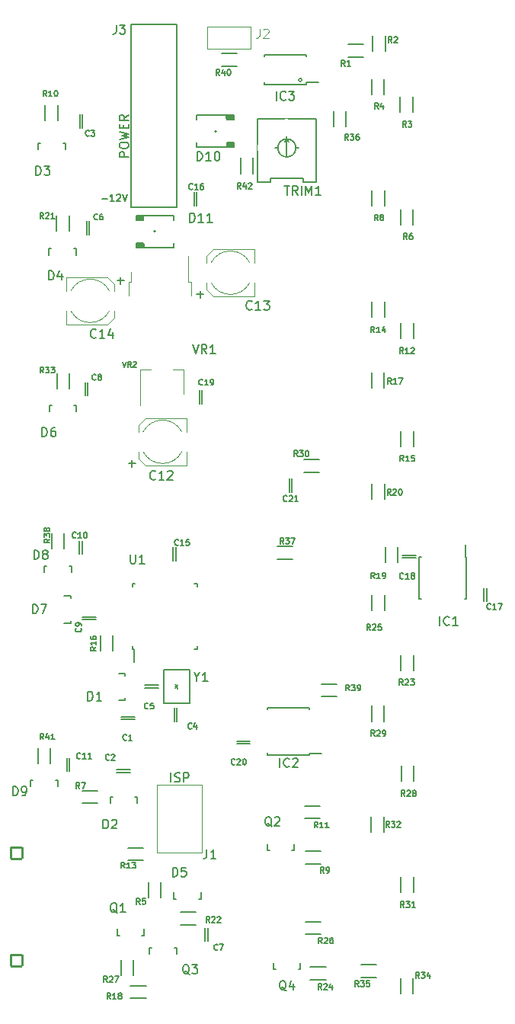
<source format=gto>
G04 #@! TF.GenerationSoftware,KiCad,Pcbnew,(5.99.0-11177-g6c67dfa032)*
G04 #@! TF.CreationDate,2021-08-04T13:50:32-07:00*
G04 #@! TF.ProjectId,SCMv3,53434d76-332e-46b6-9963-61645f706362,rev?*
G04 #@! TF.SameCoordinates,Original*
G04 #@! TF.FileFunction,Legend,Top*
G04 #@! TF.FilePolarity,Positive*
%FSLAX46Y46*%
G04 Gerber Fmt 4.6, Leading zero omitted, Abs format (unit mm)*
G04 Created by KiCad (PCBNEW (5.99.0-11177-g6c67dfa032)) date 2021-08-04 13:50:32*
%MOMM*%
%LPD*%
G01*
G04 APERTURE LIST*
G04 Aperture macros list*
%AMRoundRect*
0 Rectangle with rounded corners*
0 $1 Rounding radius*
0 $2 $3 $4 $5 $6 $7 $8 $9 X,Y pos of 4 corners*
0 Add a 4 corners polygon primitive as box body*
4,1,4,$2,$3,$4,$5,$6,$7,$8,$9,$2,$3,0*
0 Add four circle primitives for the rounded corners*
1,1,$1+$1,$2,$3*
1,1,$1+$1,$4,$5*
1,1,$1+$1,$6,$7*
1,1,$1+$1,$8,$9*
0 Add four rect primitives between the rounded corners*
20,1,$1+$1,$2,$3,$4,$5,0*
20,1,$1+$1,$4,$5,$6,$7,0*
20,1,$1+$1,$6,$7,$8,$9,0*
20,1,$1+$1,$8,$9,$2,$3,0*%
%AMOutline4P*
0 Free polygon, 4 corners , with rotation*
0 The origin of the aperture is its center*
0 number of corners: always 4*
0 $1 to $8 corner X, Y*
0 $9 Rotation angle, in degrees counterclockwise*
0 create outline with 4 corners*
4,1,4,$1,$2,$3,$4,$5,$6,$7,$8,$1,$2,$9*%
G04 Aperture macros list end*
%ADD10C,0.150000*%
%ADD11C,0.152400*%
%ADD12C,0.101600*%
%ADD13C,0.120000*%
%ADD14C,0.127000*%
%ADD15C,0.508000*%
%ADD16C,0.635000*%
%ADD17C,0.100000*%
%ADD18R,0.800100X0.800100*%
%ADD19R,1.200000X2.200000*%
%ADD20R,5.800000X6.400000*%
%ADD21R,1.000000X1.000000*%
%ADD22C,1.651000*%
%ADD23R,1.150000X1.400000*%
%ADD24R,2.499360X1.800860*%
%ADD25R,1.450000X0.450000*%
%ADD26R,0.450000X1.450000*%
%ADD27R,3.000000X1.600000*%
%ADD28C,1.397000*%
%ADD29R,1.700000X1.700000*%
%ADD30O,1.700000X1.700000*%
%ADD31R,1.000000X1.500000*%
%ADD32Outline4P,-1.100000X-0.500000X1.100000X-0.500000X0.400000X0.500000X-0.400000X0.500000X180.000000*%
%ADD33Outline4P,-1.100000X-0.425000X1.100000X-0.425000X0.500000X0.425000X-0.500000X0.425000X0.000000*%
%ADD34R,1.000000X1.800000*%
%ADD35R,2.200000X1.840000*%
%ADD36R,0.550000X1.600000*%
%ADD37R,1.600000X0.550000*%
%ADD38C,1.930400*%
%ADD39C,1.778000*%
%ADD40RoundRect,0.127000X0.635000X0.635000X-0.635000X0.635000X-0.635000X-0.635000X0.635000X-0.635000X0*%
%ADD41C,1.803400*%
%ADD42C,2.667000*%
G04 APERTURE END LIST*
D10*
X12207428Y-20304428D02*
X12788000Y-20304428D01*
X13550000Y-20594714D02*
X13114571Y-20594714D01*
X13332285Y-20594714D02*
X13332285Y-19832714D01*
X13259714Y-19941571D01*
X13187142Y-20014142D01*
X13114571Y-20050428D01*
X13840285Y-19905285D02*
X13876571Y-19869000D01*
X13949142Y-19832714D01*
X14130571Y-19832714D01*
X14203142Y-19869000D01*
X14239428Y-19905285D01*
X14275714Y-19977857D01*
X14275714Y-20050428D01*
X14239428Y-20159285D01*
X13804000Y-20594714D01*
X14275714Y-20594714D01*
X14493428Y-19832714D02*
X14747428Y-20594714D01*
X15001428Y-19832714D01*
X19873809Y-85122380D02*
X19873809Y-84122380D01*
X20302380Y-85074761D02*
X20445238Y-85122380D01*
X20683333Y-85122380D01*
X20778571Y-85074761D01*
X20826190Y-85027142D01*
X20873809Y-84931904D01*
X20873809Y-84836666D01*
X20826190Y-84741428D01*
X20778571Y-84693809D01*
X20683333Y-84646190D01*
X20492857Y-84598571D01*
X20397619Y-84550952D01*
X20350000Y-84503333D01*
X20302380Y-84408095D01*
X20302380Y-84312857D01*
X20350000Y-84217619D01*
X20397619Y-84170000D01*
X20492857Y-84122380D01*
X20730952Y-84122380D01*
X20873809Y-84170000D01*
X21302380Y-85122380D02*
X21302380Y-84122380D01*
X21683333Y-84122380D01*
X21778571Y-84170000D01*
X21826190Y-84217619D01*
X21873809Y-84312857D01*
X21873809Y-84455714D01*
X21826190Y-84550952D01*
X21778571Y-84598571D01*
X21683333Y-84646190D01*
X21302380Y-84646190D01*
X15152380Y-15669523D02*
X14152380Y-15669523D01*
X14152380Y-15288571D01*
X14200000Y-15193333D01*
X14247619Y-15145714D01*
X14342857Y-15098095D01*
X14485714Y-15098095D01*
X14580952Y-15145714D01*
X14628571Y-15193333D01*
X14676190Y-15288571D01*
X14676190Y-15669523D01*
X14152380Y-14479047D02*
X14152380Y-14288571D01*
X14200000Y-14193333D01*
X14295238Y-14098095D01*
X14485714Y-14050476D01*
X14819047Y-14050476D01*
X15009523Y-14098095D01*
X15104761Y-14193333D01*
X15152380Y-14288571D01*
X15152380Y-14479047D01*
X15104761Y-14574285D01*
X15009523Y-14669523D01*
X14819047Y-14717142D01*
X14485714Y-14717142D01*
X14295238Y-14669523D01*
X14200000Y-14574285D01*
X14152380Y-14479047D01*
X14152380Y-13717142D02*
X15152380Y-13479047D01*
X14438095Y-13288571D01*
X15152380Y-13098095D01*
X14152380Y-12860000D01*
X14628571Y-12479047D02*
X14628571Y-12145714D01*
X15152380Y-12002857D02*
X15152380Y-12479047D01*
X14152380Y-12479047D01*
X14152380Y-12002857D01*
X15152380Y-11002857D02*
X14676190Y-11336190D01*
X15152380Y-11574285D02*
X14152380Y-11574285D01*
X14152380Y-11193333D01*
X14200000Y-11098095D01*
X14247619Y-11050476D01*
X14342857Y-11002857D01*
X14485714Y-11002857D01*
X14580952Y-11050476D01*
X14628571Y-11098095D01*
X14676190Y-11193333D01*
X14676190Y-11574285D01*
X32674761Y-108317619D02*
X32579523Y-108270000D01*
X32484285Y-108174761D01*
X32341428Y-108031904D01*
X32246190Y-107984285D01*
X32150952Y-107984285D01*
X32198571Y-108222380D02*
X32103333Y-108174761D01*
X32008095Y-108079523D01*
X31960476Y-107889047D01*
X31960476Y-107555714D01*
X32008095Y-107365238D01*
X32103333Y-107270000D01*
X32198571Y-107222380D01*
X32389047Y-107222380D01*
X32484285Y-107270000D01*
X32579523Y-107365238D01*
X32627142Y-107555714D01*
X32627142Y-107889047D01*
X32579523Y-108079523D01*
X32484285Y-108174761D01*
X32389047Y-108222380D01*
X32198571Y-108222380D01*
X33484285Y-107555714D02*
X33484285Y-108222380D01*
X33246190Y-107174761D02*
X33008095Y-107889047D01*
X33627142Y-107889047D01*
X21914761Y-106507619D02*
X21819523Y-106460000D01*
X21724285Y-106364761D01*
X21581428Y-106221904D01*
X21486190Y-106174285D01*
X21390952Y-106174285D01*
X21438571Y-106412380D02*
X21343333Y-106364761D01*
X21248095Y-106269523D01*
X21200476Y-106079047D01*
X21200476Y-105745714D01*
X21248095Y-105555238D01*
X21343333Y-105460000D01*
X21438571Y-105412380D01*
X21629047Y-105412380D01*
X21724285Y-105460000D01*
X21819523Y-105555238D01*
X21867142Y-105745714D01*
X21867142Y-106079047D01*
X21819523Y-106269523D01*
X21724285Y-106364761D01*
X21629047Y-106412380D01*
X21438571Y-106412380D01*
X22200476Y-105412380D02*
X22819523Y-105412380D01*
X22486190Y-105793333D01*
X22629047Y-105793333D01*
X22724285Y-105840952D01*
X22771904Y-105888571D01*
X22819523Y-105983809D01*
X22819523Y-106221904D01*
X22771904Y-106317142D01*
X22724285Y-106364761D01*
X22629047Y-106412380D01*
X22343333Y-106412380D01*
X22248095Y-106364761D01*
X22200476Y-106317142D01*
X31074761Y-90097619D02*
X30979523Y-90050000D01*
X30884285Y-89954761D01*
X30741428Y-89811904D01*
X30646190Y-89764285D01*
X30550952Y-89764285D01*
X30598571Y-90002380D02*
X30503333Y-89954761D01*
X30408095Y-89859523D01*
X30360476Y-89669047D01*
X30360476Y-89335714D01*
X30408095Y-89145238D01*
X30503333Y-89050000D01*
X30598571Y-89002380D01*
X30789047Y-89002380D01*
X30884285Y-89050000D01*
X30979523Y-89145238D01*
X31027142Y-89335714D01*
X31027142Y-89669047D01*
X30979523Y-89859523D01*
X30884285Y-89954761D01*
X30789047Y-90002380D01*
X30598571Y-90002380D01*
X31408095Y-89097619D02*
X31455714Y-89050000D01*
X31550952Y-89002380D01*
X31789047Y-89002380D01*
X31884285Y-89050000D01*
X31931904Y-89097619D01*
X31979523Y-89192857D01*
X31979523Y-89288095D01*
X31931904Y-89430952D01*
X31360476Y-90002380D01*
X31979523Y-90002380D01*
X13904761Y-99697619D02*
X13809523Y-99650000D01*
X13714285Y-99554761D01*
X13571428Y-99411904D01*
X13476190Y-99364285D01*
X13380952Y-99364285D01*
X13428571Y-99602380D02*
X13333333Y-99554761D01*
X13238095Y-99459523D01*
X13190476Y-99269047D01*
X13190476Y-98935714D01*
X13238095Y-98745238D01*
X13333333Y-98650000D01*
X13428571Y-98602380D01*
X13619047Y-98602380D01*
X13714285Y-98650000D01*
X13809523Y-98745238D01*
X13857142Y-98935714D01*
X13857142Y-99269047D01*
X13809523Y-99459523D01*
X13714285Y-99554761D01*
X13619047Y-99602380D01*
X13428571Y-99602380D01*
X14809523Y-99602380D02*
X14238095Y-99602380D01*
X14523809Y-99602380D02*
X14523809Y-98602380D01*
X14428571Y-98745238D01*
X14333333Y-98840476D01*
X14238095Y-98888095D01*
X22280476Y-36532380D02*
X22613809Y-37532380D01*
X22947142Y-36532380D01*
X23851904Y-37532380D02*
X23518571Y-37056190D01*
X23280476Y-37532380D02*
X23280476Y-36532380D01*
X23661428Y-36532380D01*
X23756666Y-36580000D01*
X23804285Y-36627619D01*
X23851904Y-36722857D01*
X23851904Y-36865714D01*
X23804285Y-36960952D01*
X23756666Y-37008571D01*
X23661428Y-37056190D01*
X23280476Y-37056190D01*
X24804285Y-37532380D02*
X24232857Y-37532380D01*
X24518571Y-37532380D02*
X24518571Y-36532380D01*
X24423333Y-36675238D01*
X24328095Y-36770476D01*
X24232857Y-36818095D01*
X44352142Y-40904047D02*
X44135476Y-40594523D01*
X43980714Y-40904047D02*
X43980714Y-40254047D01*
X44228333Y-40254047D01*
X44290238Y-40285000D01*
X44321190Y-40315952D01*
X44352142Y-40377857D01*
X44352142Y-40470714D01*
X44321190Y-40532619D01*
X44290238Y-40563571D01*
X44228333Y-40594523D01*
X43980714Y-40594523D01*
X44971190Y-40904047D02*
X44599761Y-40904047D01*
X44785476Y-40904047D02*
X44785476Y-40254047D01*
X44723571Y-40346904D01*
X44661666Y-40408809D01*
X44599761Y-40439761D01*
X45187857Y-40254047D02*
X45621190Y-40254047D01*
X45342619Y-40904047D01*
X13791309Y-1012380D02*
X13791309Y-1726666D01*
X13743690Y-1869523D01*
X13648452Y-1964761D01*
X13505595Y-2012380D01*
X13410357Y-2012380D01*
X14172261Y-1012380D02*
X14791309Y-1012380D01*
X14457976Y-1393333D01*
X14600833Y-1393333D01*
X14696071Y-1440952D01*
X14743690Y-1488571D01*
X14791309Y-1583809D01*
X14791309Y-1821904D01*
X14743690Y-1917142D01*
X14696071Y-1964761D01*
X14600833Y-2012380D01*
X14315119Y-2012380D01*
X14219880Y-1964761D01*
X14172261Y-1917142D01*
X55392142Y-65892142D02*
X55361190Y-65923095D01*
X55268333Y-65954047D01*
X55206428Y-65954047D01*
X55113571Y-65923095D01*
X55051666Y-65861190D01*
X55020714Y-65799285D01*
X54989761Y-65675476D01*
X54989761Y-65582619D01*
X55020714Y-65458809D01*
X55051666Y-65396904D01*
X55113571Y-65335000D01*
X55206428Y-65304047D01*
X55268333Y-65304047D01*
X55361190Y-65335000D01*
X55392142Y-65365952D01*
X56011190Y-65954047D02*
X55639761Y-65954047D01*
X55825476Y-65954047D02*
X55825476Y-65304047D01*
X55763571Y-65396904D01*
X55701666Y-65458809D01*
X55639761Y-65489761D01*
X56227857Y-65304047D02*
X56661190Y-65304047D01*
X56382619Y-65954047D01*
X22756071Y-73466190D02*
X22756071Y-73942380D01*
X22422738Y-72942380D02*
X22756071Y-73466190D01*
X23089404Y-72942380D01*
X23946547Y-73942380D02*
X23375119Y-73942380D01*
X23660833Y-73942380D02*
X23660833Y-72942380D01*
X23565595Y-73085238D01*
X23470357Y-73180476D01*
X23375119Y-73228095D01*
X45682142Y-37524047D02*
X45465476Y-37214523D01*
X45310714Y-37524047D02*
X45310714Y-36874047D01*
X45558333Y-36874047D01*
X45620238Y-36905000D01*
X45651190Y-36935952D01*
X45682142Y-36997857D01*
X45682142Y-37090714D01*
X45651190Y-37152619D01*
X45620238Y-37183571D01*
X45558333Y-37214523D01*
X45310714Y-37214523D01*
X46301190Y-37524047D02*
X45929761Y-37524047D01*
X46115476Y-37524047D02*
X46115476Y-36874047D01*
X46053571Y-36966904D01*
X45991666Y-37028809D01*
X45929761Y-37059761D01*
X46548809Y-36935952D02*
X46579761Y-36905000D01*
X46641666Y-36874047D01*
X46796428Y-36874047D01*
X46858333Y-36905000D01*
X46889285Y-36935952D01*
X46920238Y-36997857D01*
X46920238Y-37059761D01*
X46889285Y-37152619D01*
X46517857Y-37524047D01*
X46920238Y-37524047D01*
X47472142Y-106934047D02*
X47255476Y-106624523D01*
X47100714Y-106934047D02*
X47100714Y-106284047D01*
X47348333Y-106284047D01*
X47410238Y-106315000D01*
X47441190Y-106345952D01*
X47472142Y-106407857D01*
X47472142Y-106500714D01*
X47441190Y-106562619D01*
X47410238Y-106593571D01*
X47348333Y-106624523D01*
X47100714Y-106624523D01*
X47688809Y-106284047D02*
X48091190Y-106284047D01*
X47874523Y-106531666D01*
X47967380Y-106531666D01*
X48029285Y-106562619D01*
X48060238Y-106593571D01*
X48091190Y-106655476D01*
X48091190Y-106810238D01*
X48060238Y-106872142D01*
X48029285Y-106903095D01*
X47967380Y-106934047D01*
X47781666Y-106934047D01*
X47719761Y-106903095D01*
X47688809Y-106872142D01*
X48648333Y-106500714D02*
X48648333Y-106934047D01*
X48493571Y-106253095D02*
X48338809Y-106717380D01*
X48741190Y-106717380D01*
X5702142Y-22524047D02*
X5485476Y-22214523D01*
X5330714Y-22524047D02*
X5330714Y-21874047D01*
X5578333Y-21874047D01*
X5640238Y-21905000D01*
X5671190Y-21935952D01*
X5702142Y-21997857D01*
X5702142Y-22090714D01*
X5671190Y-22152619D01*
X5640238Y-22183571D01*
X5578333Y-22214523D01*
X5330714Y-22214523D01*
X5949761Y-21935952D02*
X5980714Y-21905000D01*
X6042619Y-21874047D01*
X6197380Y-21874047D01*
X6259285Y-21905000D01*
X6290238Y-21935952D01*
X6321190Y-21997857D01*
X6321190Y-22059761D01*
X6290238Y-22152619D01*
X5918809Y-22524047D01*
X6321190Y-22524047D01*
X6940238Y-22524047D02*
X6568809Y-22524047D01*
X6754523Y-22524047D02*
X6754523Y-21874047D01*
X6692619Y-21966904D01*
X6630714Y-22028809D01*
X6568809Y-22059761D01*
X27632142Y-19194047D02*
X27415476Y-18884523D01*
X27260714Y-19194047D02*
X27260714Y-18544047D01*
X27508333Y-18544047D01*
X27570238Y-18575000D01*
X27601190Y-18605952D01*
X27632142Y-18667857D01*
X27632142Y-18760714D01*
X27601190Y-18822619D01*
X27570238Y-18853571D01*
X27508333Y-18884523D01*
X27260714Y-18884523D01*
X28189285Y-18760714D02*
X28189285Y-19194047D01*
X28034523Y-18513095D02*
X27879761Y-18977380D01*
X28282142Y-18977380D01*
X28498809Y-18605952D02*
X28529761Y-18575000D01*
X28591666Y-18544047D01*
X28746428Y-18544047D01*
X28808333Y-18575000D01*
X28839285Y-18605952D01*
X28870238Y-18667857D01*
X28870238Y-18729761D01*
X28839285Y-18822619D01*
X28467857Y-19194047D01*
X28870238Y-19194047D01*
X17321666Y-76952142D02*
X17290714Y-76983095D01*
X17197857Y-77014047D01*
X17135952Y-77014047D01*
X17043095Y-76983095D01*
X16981190Y-76921190D01*
X16950238Y-76859285D01*
X16919285Y-76735476D01*
X16919285Y-76642619D01*
X16950238Y-76518809D01*
X16981190Y-76456904D01*
X17043095Y-76395000D01*
X17135952Y-76364047D01*
X17197857Y-76364047D01*
X17290714Y-76395000D01*
X17321666Y-76425952D01*
X17909761Y-76364047D02*
X17600238Y-76364047D01*
X17569285Y-76673571D01*
X17600238Y-76642619D01*
X17662142Y-76611666D01*
X17816904Y-76611666D01*
X17878809Y-76642619D01*
X17909761Y-76673571D01*
X17940714Y-76735476D01*
X17940714Y-76890238D01*
X17909761Y-76952142D01*
X17878809Y-76983095D01*
X17816904Y-77014047D01*
X17662142Y-77014047D01*
X17600238Y-76983095D01*
X17569285Y-76952142D01*
X24162142Y-100734047D02*
X23945476Y-100424523D01*
X23790714Y-100734047D02*
X23790714Y-100084047D01*
X24038333Y-100084047D01*
X24100238Y-100115000D01*
X24131190Y-100145952D01*
X24162142Y-100207857D01*
X24162142Y-100300714D01*
X24131190Y-100362619D01*
X24100238Y-100393571D01*
X24038333Y-100424523D01*
X23790714Y-100424523D01*
X24409761Y-100145952D02*
X24440714Y-100115000D01*
X24502619Y-100084047D01*
X24657380Y-100084047D01*
X24719285Y-100115000D01*
X24750238Y-100145952D01*
X24781190Y-100207857D01*
X24781190Y-100269761D01*
X24750238Y-100362619D01*
X24378809Y-100734047D01*
X24781190Y-100734047D01*
X25028809Y-100145952D02*
X25059761Y-100115000D01*
X25121666Y-100084047D01*
X25276428Y-100084047D01*
X25338333Y-100115000D01*
X25369285Y-100145952D01*
X25400238Y-100207857D01*
X25400238Y-100269761D01*
X25369285Y-100362619D01*
X24997857Y-100734047D01*
X25400238Y-100734047D01*
X45862142Y-86714047D02*
X45645476Y-86404523D01*
X45490714Y-86714047D02*
X45490714Y-86064047D01*
X45738333Y-86064047D01*
X45800238Y-86095000D01*
X45831190Y-86125952D01*
X45862142Y-86187857D01*
X45862142Y-86280714D01*
X45831190Y-86342619D01*
X45800238Y-86373571D01*
X45738333Y-86404523D01*
X45490714Y-86404523D01*
X46109761Y-86125952D02*
X46140714Y-86095000D01*
X46202619Y-86064047D01*
X46357380Y-86064047D01*
X46419285Y-86095000D01*
X46450238Y-86125952D01*
X46481190Y-86187857D01*
X46481190Y-86249761D01*
X46450238Y-86342619D01*
X46078809Y-86714047D01*
X46481190Y-86714047D01*
X46852619Y-86342619D02*
X46790714Y-86311666D01*
X46759761Y-86280714D01*
X46728809Y-86218809D01*
X46728809Y-86187857D01*
X46759761Y-86125952D01*
X46790714Y-86095000D01*
X46852619Y-86064047D01*
X46976428Y-86064047D01*
X47038333Y-86095000D01*
X47069285Y-86125952D01*
X47100238Y-86187857D01*
X47100238Y-86218809D01*
X47069285Y-86280714D01*
X47038333Y-86311666D01*
X46976428Y-86342619D01*
X46852619Y-86342619D01*
X46790714Y-86373571D01*
X46759761Y-86404523D01*
X46728809Y-86466428D01*
X46728809Y-86590238D01*
X46759761Y-86652142D01*
X46790714Y-86683095D01*
X46852619Y-86714047D01*
X46976428Y-86714047D01*
X47038333Y-86683095D01*
X47069285Y-86652142D01*
X47100238Y-86590238D01*
X47100238Y-86466428D01*
X47069285Y-86404523D01*
X47038333Y-86373571D01*
X46976428Y-86342619D01*
X6291904Y-29332380D02*
X6291904Y-28332380D01*
X6530000Y-28332380D01*
X6672857Y-28380000D01*
X6768095Y-28475238D01*
X6815714Y-28570476D01*
X6863333Y-28760952D01*
X6863333Y-28903809D01*
X6815714Y-29094285D01*
X6768095Y-29189523D01*
X6672857Y-29284761D01*
X6530000Y-29332380D01*
X6291904Y-29332380D01*
X7720476Y-28665714D02*
X7720476Y-29332380D01*
X7482380Y-28284761D02*
X7244285Y-28999047D01*
X7863333Y-28999047D01*
X32392142Y-58654047D02*
X32175476Y-58344523D01*
X32020714Y-58654047D02*
X32020714Y-58004047D01*
X32268333Y-58004047D01*
X32330238Y-58035000D01*
X32361190Y-58065952D01*
X32392142Y-58127857D01*
X32392142Y-58220714D01*
X32361190Y-58282619D01*
X32330238Y-58313571D01*
X32268333Y-58344523D01*
X32020714Y-58344523D01*
X32608809Y-58004047D02*
X33011190Y-58004047D01*
X32794523Y-58251666D01*
X32887380Y-58251666D01*
X32949285Y-58282619D01*
X32980238Y-58313571D01*
X33011190Y-58375476D01*
X33011190Y-58530238D01*
X32980238Y-58592142D01*
X32949285Y-58623095D01*
X32887380Y-58654047D01*
X32701666Y-58654047D01*
X32639761Y-58623095D01*
X32608809Y-58592142D01*
X33227857Y-58004047D02*
X33661190Y-58004047D01*
X33382619Y-58654047D01*
X42881666Y-22724047D02*
X42665000Y-22414523D01*
X42510238Y-22724047D02*
X42510238Y-22074047D01*
X42757857Y-22074047D01*
X42819761Y-22105000D01*
X42850714Y-22135952D01*
X42881666Y-22197857D01*
X42881666Y-22290714D01*
X42850714Y-22352619D01*
X42819761Y-22383571D01*
X42757857Y-22414523D01*
X42510238Y-22414523D01*
X43253095Y-22352619D02*
X43191190Y-22321666D01*
X43160238Y-22290714D01*
X43129285Y-22228809D01*
X43129285Y-22197857D01*
X43160238Y-22135952D01*
X43191190Y-22105000D01*
X43253095Y-22074047D01*
X43376904Y-22074047D01*
X43438809Y-22105000D01*
X43469761Y-22135952D01*
X43500714Y-22197857D01*
X43500714Y-22228809D01*
X43469761Y-22290714D01*
X43438809Y-22321666D01*
X43376904Y-22352619D01*
X43253095Y-22352619D01*
X43191190Y-22383571D01*
X43160238Y-22414523D01*
X43129285Y-22476428D01*
X43129285Y-22600238D01*
X43160238Y-22662142D01*
X43191190Y-22693095D01*
X43253095Y-22724047D01*
X43376904Y-22724047D01*
X43438809Y-22693095D01*
X43469761Y-22662142D01*
X43500714Y-22600238D01*
X43500714Y-22476428D01*
X43469761Y-22414523D01*
X43438809Y-22383571D01*
X43376904Y-22352619D01*
X20051904Y-95652380D02*
X20051904Y-94652380D01*
X20290000Y-94652380D01*
X20432857Y-94700000D01*
X20528095Y-94795238D01*
X20575714Y-94890476D01*
X20623333Y-95080952D01*
X20623333Y-95223809D01*
X20575714Y-95414285D01*
X20528095Y-95509523D01*
X20432857Y-95604761D01*
X20290000Y-95652380D01*
X20051904Y-95652380D01*
X21528095Y-94652380D02*
X21051904Y-94652380D01*
X21004285Y-95128571D01*
X21051904Y-95080952D01*
X21147142Y-95033333D01*
X21385238Y-95033333D01*
X21480476Y-95080952D01*
X21528095Y-95128571D01*
X21575714Y-95223809D01*
X21575714Y-95461904D01*
X21528095Y-95557142D01*
X21480476Y-95604761D01*
X21385238Y-95652380D01*
X21147142Y-95652380D01*
X21051904Y-95604761D01*
X21004285Y-95557142D01*
X9802142Y-82492142D02*
X9771190Y-82523095D01*
X9678333Y-82554047D01*
X9616428Y-82554047D01*
X9523571Y-82523095D01*
X9461666Y-82461190D01*
X9430714Y-82399285D01*
X9399761Y-82275476D01*
X9399761Y-82182619D01*
X9430714Y-82058809D01*
X9461666Y-81996904D01*
X9523571Y-81935000D01*
X9616428Y-81904047D01*
X9678333Y-81904047D01*
X9771190Y-81935000D01*
X9802142Y-81965952D01*
X10421190Y-82554047D02*
X10049761Y-82554047D01*
X10235476Y-82554047D02*
X10235476Y-81904047D01*
X10173571Y-81996904D01*
X10111666Y-82058809D01*
X10049761Y-82089761D01*
X11040238Y-82554047D02*
X10668809Y-82554047D01*
X10854523Y-82554047D02*
X10854523Y-81904047D01*
X10792619Y-81996904D01*
X10730714Y-82058809D01*
X10668809Y-82089761D01*
X45652142Y-74364047D02*
X45435476Y-74054523D01*
X45280714Y-74364047D02*
X45280714Y-73714047D01*
X45528333Y-73714047D01*
X45590238Y-73745000D01*
X45621190Y-73775952D01*
X45652142Y-73837857D01*
X45652142Y-73930714D01*
X45621190Y-73992619D01*
X45590238Y-74023571D01*
X45528333Y-74054523D01*
X45280714Y-74054523D01*
X45899761Y-73775952D02*
X45930714Y-73745000D01*
X45992619Y-73714047D01*
X46147380Y-73714047D01*
X46209285Y-73745000D01*
X46240238Y-73775952D01*
X46271190Y-73837857D01*
X46271190Y-73899761D01*
X46240238Y-73992619D01*
X45868809Y-74364047D01*
X46271190Y-74364047D01*
X46487857Y-73714047D02*
X46890238Y-73714047D01*
X46673571Y-73961666D01*
X46766428Y-73961666D01*
X46828333Y-73992619D01*
X46859285Y-74023571D01*
X46890238Y-74085476D01*
X46890238Y-74240238D01*
X46859285Y-74302142D01*
X46828333Y-74333095D01*
X46766428Y-74364047D01*
X46580714Y-74364047D01*
X46518809Y-74333095D01*
X46487857Y-74302142D01*
D11*
X21956285Y-22929619D02*
X21956285Y-21913619D01*
X22198190Y-21913619D01*
X22343333Y-21962000D01*
X22440095Y-22058761D01*
X22488476Y-22155523D01*
X22536857Y-22349047D01*
X22536857Y-22494190D01*
X22488476Y-22687714D01*
X22440095Y-22784476D01*
X22343333Y-22881238D01*
X22198190Y-22929619D01*
X21956285Y-22929619D01*
X23504476Y-22929619D02*
X22923904Y-22929619D01*
X23214190Y-22929619D02*
X23214190Y-21913619D01*
X23117428Y-22058761D01*
X23020666Y-22155523D01*
X22923904Y-22203904D01*
X24472095Y-22929619D02*
X23891523Y-22929619D01*
X24181809Y-22929619D02*
X24181809Y-21913619D01*
X24085047Y-22058761D01*
X23988285Y-22155523D01*
X23891523Y-22203904D01*
D10*
X31973809Y-83492380D02*
X31973809Y-82492380D01*
X33021428Y-83397142D02*
X32973809Y-83444761D01*
X32830952Y-83492380D01*
X32735714Y-83492380D01*
X32592857Y-83444761D01*
X32497619Y-83349523D01*
X32450000Y-83254285D01*
X32402380Y-83063809D01*
X32402380Y-82920952D01*
X32450000Y-82730476D01*
X32497619Y-82635238D01*
X32592857Y-82540000D01*
X32735714Y-82492380D01*
X32830952Y-82492380D01*
X32973809Y-82540000D01*
X33021428Y-82587619D01*
X33402380Y-82587619D02*
X33450000Y-82540000D01*
X33545238Y-82492380D01*
X33783333Y-82492380D01*
X33878571Y-82540000D01*
X33926190Y-82587619D01*
X33973809Y-82682857D01*
X33973809Y-82778095D01*
X33926190Y-82920952D01*
X33354761Y-83492380D01*
X33973809Y-83492380D01*
X40732142Y-107854047D02*
X40515476Y-107544523D01*
X40360714Y-107854047D02*
X40360714Y-107204047D01*
X40608333Y-107204047D01*
X40670238Y-107235000D01*
X40701190Y-107265952D01*
X40732142Y-107327857D01*
X40732142Y-107420714D01*
X40701190Y-107482619D01*
X40670238Y-107513571D01*
X40608333Y-107544523D01*
X40360714Y-107544523D01*
X40948809Y-107204047D02*
X41351190Y-107204047D01*
X41134523Y-107451666D01*
X41227380Y-107451666D01*
X41289285Y-107482619D01*
X41320238Y-107513571D01*
X41351190Y-107575476D01*
X41351190Y-107730238D01*
X41320238Y-107792142D01*
X41289285Y-107823095D01*
X41227380Y-107854047D01*
X41041666Y-107854047D01*
X40979761Y-107823095D01*
X40948809Y-107792142D01*
X41939285Y-107204047D02*
X41629761Y-107204047D01*
X41598809Y-107513571D01*
X41629761Y-107482619D01*
X41691666Y-107451666D01*
X41846428Y-107451666D01*
X41908333Y-107482619D01*
X41939285Y-107513571D01*
X41970238Y-107575476D01*
X41970238Y-107730238D01*
X41939285Y-107792142D01*
X41908333Y-107823095D01*
X41846428Y-107854047D01*
X41691666Y-107854047D01*
X41629761Y-107823095D01*
X41598809Y-107792142D01*
X20692142Y-58772142D02*
X20661190Y-58803095D01*
X20568333Y-58834047D01*
X20506428Y-58834047D01*
X20413571Y-58803095D01*
X20351666Y-58741190D01*
X20320714Y-58679285D01*
X20289761Y-58555476D01*
X20289761Y-58462619D01*
X20320714Y-58338809D01*
X20351666Y-58276904D01*
X20413571Y-58215000D01*
X20506428Y-58184047D01*
X20568333Y-58184047D01*
X20661190Y-58215000D01*
X20692142Y-58245952D01*
X21311190Y-58834047D02*
X20939761Y-58834047D01*
X21125476Y-58834047D02*
X21125476Y-58184047D01*
X21063571Y-58276904D01*
X21001666Y-58338809D01*
X20939761Y-58369761D01*
X21899285Y-58184047D02*
X21589761Y-58184047D01*
X21558809Y-58493571D01*
X21589761Y-58462619D01*
X21651666Y-58431666D01*
X21806428Y-58431666D01*
X21868333Y-58462619D01*
X21899285Y-58493571D01*
X21930238Y-58555476D01*
X21930238Y-58710238D01*
X21899285Y-58772142D01*
X21868333Y-58803095D01*
X21806428Y-58834047D01*
X21651666Y-58834047D01*
X21589761Y-58803095D01*
X21558809Y-58772142D01*
X22272142Y-19232142D02*
X22241190Y-19263095D01*
X22148333Y-19294047D01*
X22086428Y-19294047D01*
X21993571Y-19263095D01*
X21931666Y-19201190D01*
X21900714Y-19139285D01*
X21869761Y-19015476D01*
X21869761Y-18922619D01*
X21900714Y-18798809D01*
X21931666Y-18736904D01*
X21993571Y-18675000D01*
X22086428Y-18644047D01*
X22148333Y-18644047D01*
X22241190Y-18675000D01*
X22272142Y-18705952D01*
X22891190Y-19294047D02*
X22519761Y-19294047D01*
X22705476Y-19294047D02*
X22705476Y-18644047D01*
X22643571Y-18736904D01*
X22581666Y-18798809D01*
X22519761Y-18829761D01*
X23448333Y-18644047D02*
X23324523Y-18644047D01*
X23262619Y-18675000D01*
X23231666Y-18705952D01*
X23169761Y-18798809D01*
X23138809Y-18922619D01*
X23138809Y-19170238D01*
X23169761Y-19232142D01*
X23200714Y-19263095D01*
X23262619Y-19294047D01*
X23386428Y-19294047D01*
X23448333Y-19263095D01*
X23479285Y-19232142D01*
X23510238Y-19170238D01*
X23510238Y-19015476D01*
X23479285Y-18953571D01*
X23448333Y-18922619D01*
X23386428Y-18891666D01*
X23262619Y-18891666D01*
X23200714Y-18922619D01*
X23169761Y-18953571D01*
X23138809Y-19015476D01*
X42482142Y-35174047D02*
X42265476Y-34864523D01*
X42110714Y-35174047D02*
X42110714Y-34524047D01*
X42358333Y-34524047D01*
X42420238Y-34555000D01*
X42451190Y-34585952D01*
X42482142Y-34647857D01*
X42482142Y-34740714D01*
X42451190Y-34802619D01*
X42420238Y-34833571D01*
X42358333Y-34864523D01*
X42110714Y-34864523D01*
X43101190Y-35174047D02*
X42729761Y-35174047D01*
X42915476Y-35174047D02*
X42915476Y-34524047D01*
X42853571Y-34616904D01*
X42791666Y-34678809D01*
X42729761Y-34709761D01*
X43658333Y-34740714D02*
X43658333Y-35174047D01*
X43503571Y-34493095D02*
X43348809Y-34957380D01*
X43751190Y-34957380D01*
X36672142Y-103074047D02*
X36455476Y-102764523D01*
X36300714Y-103074047D02*
X36300714Y-102424047D01*
X36548333Y-102424047D01*
X36610238Y-102455000D01*
X36641190Y-102485952D01*
X36672142Y-102547857D01*
X36672142Y-102640714D01*
X36641190Y-102702619D01*
X36610238Y-102733571D01*
X36548333Y-102764523D01*
X36300714Y-102764523D01*
X36919761Y-102485952D02*
X36950714Y-102455000D01*
X37012619Y-102424047D01*
X37167380Y-102424047D01*
X37229285Y-102455000D01*
X37260238Y-102485952D01*
X37291190Y-102547857D01*
X37291190Y-102609761D01*
X37260238Y-102702619D01*
X36888809Y-103074047D01*
X37291190Y-103074047D01*
X37848333Y-102424047D02*
X37724523Y-102424047D01*
X37662619Y-102455000D01*
X37631666Y-102485952D01*
X37569761Y-102578809D01*
X37538809Y-102702619D01*
X37538809Y-102950238D01*
X37569761Y-103012142D01*
X37600714Y-103043095D01*
X37662619Y-103074047D01*
X37786428Y-103074047D01*
X37848333Y-103043095D01*
X37879285Y-103012142D01*
X37910238Y-102950238D01*
X37910238Y-102795476D01*
X37879285Y-102733571D01*
X37848333Y-102702619D01*
X37786428Y-102671666D01*
X37662619Y-102671666D01*
X37600714Y-102702619D01*
X37569761Y-102733571D01*
X37538809Y-102795476D01*
X11701666Y-22592142D02*
X11670714Y-22623095D01*
X11577857Y-22654047D01*
X11515952Y-22654047D01*
X11423095Y-22623095D01*
X11361190Y-22561190D01*
X11330238Y-22499285D01*
X11299285Y-22375476D01*
X11299285Y-22282619D01*
X11330238Y-22158809D01*
X11361190Y-22096904D01*
X11423095Y-22035000D01*
X11515952Y-22004047D01*
X11577857Y-22004047D01*
X11670714Y-22035000D01*
X11701666Y-22065952D01*
X12258809Y-22004047D02*
X12135000Y-22004047D01*
X12073095Y-22035000D01*
X12042142Y-22065952D01*
X11980238Y-22158809D01*
X11949285Y-22282619D01*
X11949285Y-22530238D01*
X11980238Y-22592142D01*
X12011190Y-22623095D01*
X12073095Y-22654047D01*
X12196904Y-22654047D01*
X12258809Y-22623095D01*
X12289761Y-22592142D01*
X12320714Y-22530238D01*
X12320714Y-22375476D01*
X12289761Y-22313571D01*
X12258809Y-22282619D01*
X12196904Y-22251666D01*
X12073095Y-22251666D01*
X12011190Y-22282619D01*
X11980238Y-22313571D01*
X11949285Y-22375476D01*
X5702142Y-80404047D02*
X5485476Y-80094523D01*
X5330714Y-80404047D02*
X5330714Y-79754047D01*
X5578333Y-79754047D01*
X5640238Y-79785000D01*
X5671190Y-79815952D01*
X5702142Y-79877857D01*
X5702142Y-79970714D01*
X5671190Y-80032619D01*
X5640238Y-80063571D01*
X5578333Y-80094523D01*
X5330714Y-80094523D01*
X6259285Y-79970714D02*
X6259285Y-80404047D01*
X6104523Y-79723095D02*
X5949761Y-80187380D01*
X6352142Y-80187380D01*
X6940238Y-80404047D02*
X6568809Y-80404047D01*
X6754523Y-80404047D02*
X6754523Y-79754047D01*
X6692619Y-79846904D01*
X6630714Y-79908809D01*
X6568809Y-79939761D01*
X9701666Y-85864047D02*
X9485000Y-85554523D01*
X9330238Y-85864047D02*
X9330238Y-85214047D01*
X9577857Y-85214047D01*
X9639761Y-85245000D01*
X9670714Y-85275952D01*
X9701666Y-85337857D01*
X9701666Y-85430714D01*
X9670714Y-85492619D01*
X9639761Y-85523571D01*
X9577857Y-85554523D01*
X9330238Y-85554523D01*
X9918333Y-85214047D02*
X10351666Y-85214047D01*
X10073095Y-85864047D01*
X36871666Y-95244047D02*
X36655000Y-94934523D01*
X36500238Y-95244047D02*
X36500238Y-94594047D01*
X36747857Y-94594047D01*
X36809761Y-94625000D01*
X36840714Y-94655952D01*
X36871666Y-94717857D01*
X36871666Y-94810714D01*
X36840714Y-94872619D01*
X36809761Y-94903571D01*
X36747857Y-94934523D01*
X36500238Y-94934523D01*
X37181190Y-95244047D02*
X37305000Y-95244047D01*
X37366904Y-95213095D01*
X37397857Y-95182142D01*
X37459761Y-95089285D01*
X37490714Y-94965476D01*
X37490714Y-94717857D01*
X37459761Y-94655952D01*
X37428809Y-94625000D01*
X37366904Y-94594047D01*
X37243095Y-94594047D01*
X37181190Y-94625000D01*
X37150238Y-94655952D01*
X37119285Y-94717857D01*
X37119285Y-94872619D01*
X37150238Y-94934523D01*
X37181190Y-94965476D01*
X37243095Y-94996428D01*
X37366904Y-94996428D01*
X37428809Y-94965476D01*
X37459761Y-94934523D01*
X37490714Y-94872619D01*
X12341904Y-90312380D02*
X12341904Y-89312380D01*
X12580000Y-89312380D01*
X12722857Y-89360000D01*
X12818095Y-89455238D01*
X12865714Y-89550476D01*
X12913333Y-89740952D01*
X12913333Y-89883809D01*
X12865714Y-90074285D01*
X12818095Y-90169523D01*
X12722857Y-90264761D01*
X12580000Y-90312380D01*
X12341904Y-90312380D01*
X13294285Y-89407619D02*
X13341904Y-89360000D01*
X13437142Y-89312380D01*
X13675238Y-89312380D01*
X13770476Y-89360000D01*
X13818095Y-89407619D01*
X13865714Y-89502857D01*
X13865714Y-89598095D01*
X13818095Y-89740952D01*
X13246666Y-90312380D01*
X13865714Y-90312380D01*
X26992142Y-83142142D02*
X26961190Y-83173095D01*
X26868333Y-83204047D01*
X26806428Y-83204047D01*
X26713571Y-83173095D01*
X26651666Y-83111190D01*
X26620714Y-83049285D01*
X26589761Y-82925476D01*
X26589761Y-82832619D01*
X26620714Y-82708809D01*
X26651666Y-82646904D01*
X26713571Y-82585000D01*
X26806428Y-82554047D01*
X26868333Y-82554047D01*
X26961190Y-82585000D01*
X26992142Y-82615952D01*
X27239761Y-82615952D02*
X27270714Y-82585000D01*
X27332619Y-82554047D01*
X27487380Y-82554047D01*
X27549285Y-82585000D01*
X27580238Y-82615952D01*
X27611190Y-82677857D01*
X27611190Y-82739761D01*
X27580238Y-82832619D01*
X27208809Y-83204047D01*
X27611190Y-83204047D01*
X28013571Y-82554047D02*
X28075476Y-82554047D01*
X28137380Y-82585000D01*
X28168333Y-82615952D01*
X28199285Y-82677857D01*
X28230238Y-82801666D01*
X28230238Y-82956428D01*
X28199285Y-83080238D01*
X28168333Y-83142142D01*
X28137380Y-83173095D01*
X28075476Y-83204047D01*
X28013571Y-83204047D01*
X27951666Y-83173095D01*
X27920714Y-83142142D01*
X27889761Y-83080238D01*
X27858809Y-82956428D01*
X27858809Y-82801666D01*
X27889761Y-82677857D01*
X27920714Y-82615952D01*
X27951666Y-82585000D01*
X28013571Y-82554047D01*
X45702142Y-62502142D02*
X45671190Y-62533095D01*
X45578333Y-62564047D01*
X45516428Y-62564047D01*
X45423571Y-62533095D01*
X45361666Y-62471190D01*
X45330714Y-62409285D01*
X45299761Y-62285476D01*
X45299761Y-62192619D01*
X45330714Y-62068809D01*
X45361666Y-62006904D01*
X45423571Y-61945000D01*
X45516428Y-61914047D01*
X45578333Y-61914047D01*
X45671190Y-61945000D01*
X45702142Y-61975952D01*
X46321190Y-62564047D02*
X45949761Y-62564047D01*
X46135476Y-62564047D02*
X46135476Y-61914047D01*
X46073571Y-62006904D01*
X46011666Y-62068809D01*
X45949761Y-62099761D01*
X46692619Y-62192619D02*
X46630714Y-62161666D01*
X46599761Y-62130714D01*
X46568809Y-62068809D01*
X46568809Y-62037857D01*
X46599761Y-61975952D01*
X46630714Y-61945000D01*
X46692619Y-61914047D01*
X46816428Y-61914047D01*
X46878333Y-61945000D01*
X46909285Y-61975952D01*
X46940238Y-62037857D01*
X46940238Y-62068809D01*
X46909285Y-62130714D01*
X46878333Y-62161666D01*
X46816428Y-62192619D01*
X46692619Y-62192619D01*
X46630714Y-62223571D01*
X46599761Y-62254523D01*
X46568809Y-62316428D01*
X46568809Y-62440238D01*
X46599761Y-62502142D01*
X46630714Y-62533095D01*
X46692619Y-62564047D01*
X46816428Y-62564047D01*
X46878333Y-62533095D01*
X46909285Y-62502142D01*
X46940238Y-62440238D01*
X46940238Y-62316428D01*
X46909285Y-62254523D01*
X46878333Y-62223571D01*
X46816428Y-62192619D01*
X42492142Y-62524047D02*
X42275476Y-62214523D01*
X42120714Y-62524047D02*
X42120714Y-61874047D01*
X42368333Y-61874047D01*
X42430238Y-61905000D01*
X42461190Y-61935952D01*
X42492142Y-61997857D01*
X42492142Y-62090714D01*
X42461190Y-62152619D01*
X42430238Y-62183571D01*
X42368333Y-62214523D01*
X42120714Y-62214523D01*
X43111190Y-62524047D02*
X42739761Y-62524047D01*
X42925476Y-62524047D02*
X42925476Y-61874047D01*
X42863571Y-61966904D01*
X42801666Y-62028809D01*
X42739761Y-62059761D01*
X43420714Y-62524047D02*
X43544523Y-62524047D01*
X43606428Y-62493095D01*
X43637380Y-62462142D01*
X43699285Y-62369285D01*
X43730238Y-62245476D01*
X43730238Y-61997857D01*
X43699285Y-61935952D01*
X43668333Y-61905000D01*
X43606428Y-61874047D01*
X43482619Y-61874047D01*
X43420714Y-61905000D01*
X43389761Y-61935952D01*
X43358809Y-61997857D01*
X43358809Y-62152619D01*
X43389761Y-62214523D01*
X43420714Y-62245476D01*
X43482619Y-62276428D01*
X43606428Y-62276428D01*
X43668333Y-62245476D01*
X43699285Y-62214523D01*
X43730238Y-62152619D01*
X22171666Y-79162142D02*
X22140714Y-79193095D01*
X22047857Y-79224047D01*
X21985952Y-79224047D01*
X21893095Y-79193095D01*
X21831190Y-79131190D01*
X21800238Y-79069285D01*
X21769285Y-78945476D01*
X21769285Y-78852619D01*
X21800238Y-78728809D01*
X21831190Y-78666904D01*
X21893095Y-78605000D01*
X21985952Y-78574047D01*
X22047857Y-78574047D01*
X22140714Y-78605000D01*
X22171666Y-78635952D01*
X22728809Y-78790714D02*
X22728809Y-79224047D01*
X22574047Y-78543095D02*
X22419285Y-79007380D01*
X22821666Y-79007380D01*
X11564047Y-70137857D02*
X11254523Y-70354523D01*
X11564047Y-70509285D02*
X10914047Y-70509285D01*
X10914047Y-70261666D01*
X10945000Y-70199761D01*
X10975952Y-70168809D01*
X11037857Y-70137857D01*
X11130714Y-70137857D01*
X11192619Y-70168809D01*
X11223571Y-70199761D01*
X11254523Y-70261666D01*
X11254523Y-70509285D01*
X11564047Y-69518809D02*
X11564047Y-69890238D01*
X11564047Y-69704523D02*
X10914047Y-69704523D01*
X11006904Y-69766428D01*
X11068809Y-69828333D01*
X11099761Y-69890238D01*
X10914047Y-68961666D02*
X10914047Y-69085476D01*
X10945000Y-69147380D01*
X10975952Y-69178333D01*
X11068809Y-69240238D01*
X11192619Y-69271190D01*
X11440238Y-69271190D01*
X11502142Y-69240238D01*
X11533095Y-69209285D01*
X11564047Y-69147380D01*
X11564047Y-69023571D01*
X11533095Y-68961666D01*
X11502142Y-68930714D01*
X11440238Y-68899761D01*
X11285476Y-68899761D01*
X11223571Y-68930714D01*
X11192619Y-68961666D01*
X11161666Y-69023571D01*
X11161666Y-69147380D01*
X11192619Y-69209285D01*
X11223571Y-69240238D01*
X11285476Y-69271190D01*
X49753809Y-67742380D02*
X49753809Y-66742380D01*
X50801428Y-67647142D02*
X50753809Y-67694761D01*
X50610952Y-67742380D01*
X50515714Y-67742380D01*
X50372857Y-67694761D01*
X50277619Y-67599523D01*
X50230000Y-67504285D01*
X50182380Y-67313809D01*
X50182380Y-67170952D01*
X50230000Y-66980476D01*
X50277619Y-66885238D01*
X50372857Y-66790000D01*
X50515714Y-66742380D01*
X50610952Y-66742380D01*
X50753809Y-66790000D01*
X50801428Y-66837619D01*
X51753809Y-67742380D02*
X51182380Y-67742380D01*
X51468095Y-67742380D02*
X51468095Y-66742380D01*
X51372857Y-66885238D01*
X51277619Y-66980476D01*
X51182380Y-67028095D01*
X9302142Y-57962142D02*
X9271190Y-57993095D01*
X9178333Y-58024047D01*
X9116428Y-58024047D01*
X9023571Y-57993095D01*
X8961666Y-57931190D01*
X8930714Y-57869285D01*
X8899761Y-57745476D01*
X8899761Y-57652619D01*
X8930714Y-57528809D01*
X8961666Y-57466904D01*
X9023571Y-57405000D01*
X9116428Y-57374047D01*
X9178333Y-57374047D01*
X9271190Y-57405000D01*
X9302142Y-57435952D01*
X9921190Y-58024047D02*
X9549761Y-58024047D01*
X9735476Y-58024047D02*
X9735476Y-57374047D01*
X9673571Y-57466904D01*
X9611666Y-57528809D01*
X9549761Y-57559761D01*
X10323571Y-57374047D02*
X10385476Y-57374047D01*
X10447380Y-57405000D01*
X10478333Y-57435952D01*
X10509285Y-57497857D01*
X10540238Y-57621666D01*
X10540238Y-57776428D01*
X10509285Y-57900238D01*
X10478333Y-57962142D01*
X10447380Y-57993095D01*
X10385476Y-58024047D01*
X10323571Y-58024047D01*
X10261666Y-57993095D01*
X10230714Y-57962142D01*
X10199761Y-57900238D01*
X10168809Y-57776428D01*
X10168809Y-57621666D01*
X10199761Y-57497857D01*
X10230714Y-57435952D01*
X10261666Y-57405000D01*
X10323571Y-57374047D01*
X10771666Y-13292142D02*
X10740714Y-13323095D01*
X10647857Y-13354047D01*
X10585952Y-13354047D01*
X10493095Y-13323095D01*
X10431190Y-13261190D01*
X10400238Y-13199285D01*
X10369285Y-13075476D01*
X10369285Y-12982619D01*
X10400238Y-12858809D01*
X10431190Y-12796904D01*
X10493095Y-12735000D01*
X10585952Y-12704047D01*
X10647857Y-12704047D01*
X10740714Y-12735000D01*
X10771666Y-12765952D01*
X10988333Y-12704047D02*
X11390714Y-12704047D01*
X11174047Y-12951666D01*
X11266904Y-12951666D01*
X11328809Y-12982619D01*
X11359761Y-13013571D01*
X11390714Y-13075476D01*
X11390714Y-13230238D01*
X11359761Y-13292142D01*
X11328809Y-13323095D01*
X11266904Y-13354047D01*
X11081190Y-13354047D01*
X11019285Y-13323095D01*
X10988333Y-13292142D01*
D11*
X18146857Y-51472857D02*
X18098476Y-51521238D01*
X17953333Y-51569619D01*
X17856571Y-51569619D01*
X17711428Y-51521238D01*
X17614666Y-51424476D01*
X17566285Y-51327714D01*
X17517904Y-51134190D01*
X17517904Y-50989047D01*
X17566285Y-50795523D01*
X17614666Y-50698761D01*
X17711428Y-50602000D01*
X17856571Y-50553619D01*
X17953333Y-50553619D01*
X18098476Y-50602000D01*
X18146857Y-50650380D01*
X19114476Y-51569619D02*
X18533904Y-51569619D01*
X18824190Y-51569619D02*
X18824190Y-50553619D01*
X18727428Y-50698761D01*
X18630666Y-50795523D01*
X18533904Y-50843904D01*
X19501523Y-50650380D02*
X19549904Y-50602000D01*
X19646666Y-50553619D01*
X19888571Y-50553619D01*
X19985333Y-50602000D01*
X20033714Y-50650380D01*
X20082095Y-50747142D01*
X20082095Y-50843904D01*
X20033714Y-50989047D01*
X19453142Y-51569619D01*
X20082095Y-51569619D01*
D10*
X15169047Y-49741428D02*
X15930952Y-49741428D01*
X15550000Y-50122380D02*
X15550000Y-49360476D01*
D11*
X11546857Y-35722857D02*
X11498476Y-35771238D01*
X11353333Y-35819619D01*
X11256571Y-35819619D01*
X11111428Y-35771238D01*
X11014666Y-35674476D01*
X10966285Y-35577714D01*
X10917904Y-35384190D01*
X10917904Y-35239047D01*
X10966285Y-35045523D01*
X11014666Y-34948761D01*
X11111428Y-34852000D01*
X11256571Y-34803619D01*
X11353333Y-34803619D01*
X11498476Y-34852000D01*
X11546857Y-34900380D01*
X12514476Y-35819619D02*
X11933904Y-35819619D01*
X12224190Y-35819619D02*
X12224190Y-34803619D01*
X12127428Y-34948761D01*
X12030666Y-35045523D01*
X11933904Y-35093904D01*
X13385333Y-35142285D02*
X13385333Y-35819619D01*
X13143428Y-34755238D02*
X12901523Y-35480952D01*
X13530476Y-35480952D01*
D10*
X13889047Y-29401428D02*
X14650952Y-29401428D01*
X14270000Y-29782380D02*
X14270000Y-29020476D01*
X39201666Y-5584047D02*
X38985000Y-5274523D01*
X38830238Y-5584047D02*
X38830238Y-4934047D01*
X39077857Y-4934047D01*
X39139761Y-4965000D01*
X39170714Y-4995952D01*
X39201666Y-5057857D01*
X39201666Y-5150714D01*
X39170714Y-5212619D01*
X39139761Y-5243571D01*
X39077857Y-5274523D01*
X38830238Y-5274523D01*
X39820714Y-5584047D02*
X39449285Y-5584047D01*
X39635000Y-5584047D02*
X39635000Y-4934047D01*
X39573095Y-5026904D01*
X39511190Y-5088809D01*
X39449285Y-5119761D01*
X32482738Y-18902380D02*
X33054166Y-18902380D01*
X32768452Y-19902380D02*
X32768452Y-18902380D01*
X33958928Y-19902380D02*
X33625595Y-19426190D01*
X33387500Y-19902380D02*
X33387500Y-18902380D01*
X33768452Y-18902380D01*
X33863690Y-18950000D01*
X33911309Y-18997619D01*
X33958928Y-19092857D01*
X33958928Y-19235714D01*
X33911309Y-19330952D01*
X33863690Y-19378571D01*
X33768452Y-19426190D01*
X33387500Y-19426190D01*
X34387500Y-19902380D02*
X34387500Y-18902380D01*
X34863690Y-19902380D02*
X34863690Y-18902380D01*
X35197023Y-19616666D01*
X35530357Y-18902380D01*
X35530357Y-19902380D01*
X36530357Y-19902380D02*
X35958928Y-19902380D01*
X36244642Y-19902380D02*
X36244642Y-18902380D01*
X36149404Y-19045238D01*
X36054166Y-19140476D01*
X35958928Y-19188095D01*
X23856666Y-92642380D02*
X23856666Y-93356666D01*
X23809047Y-93499523D01*
X23713809Y-93594761D01*
X23570952Y-93642380D01*
X23475714Y-93642380D01*
X24856666Y-93642380D02*
X24285238Y-93642380D01*
X24570952Y-93642380D02*
X24570952Y-92642380D01*
X24475714Y-92785238D01*
X24380476Y-92880476D01*
X24285238Y-92928095D01*
X13152142Y-109244047D02*
X12935476Y-108934523D01*
X12780714Y-109244047D02*
X12780714Y-108594047D01*
X13028333Y-108594047D01*
X13090238Y-108625000D01*
X13121190Y-108655952D01*
X13152142Y-108717857D01*
X13152142Y-108810714D01*
X13121190Y-108872619D01*
X13090238Y-108903571D01*
X13028333Y-108934523D01*
X12780714Y-108934523D01*
X13771190Y-109244047D02*
X13399761Y-109244047D01*
X13585476Y-109244047D02*
X13585476Y-108594047D01*
X13523571Y-108686904D01*
X13461666Y-108748809D01*
X13399761Y-108779761D01*
X14142619Y-108872619D02*
X14080714Y-108841666D01*
X14049761Y-108810714D01*
X14018809Y-108748809D01*
X14018809Y-108717857D01*
X14049761Y-108655952D01*
X14080714Y-108625000D01*
X14142619Y-108594047D01*
X14266428Y-108594047D01*
X14328333Y-108625000D01*
X14359285Y-108655952D01*
X14390238Y-108717857D01*
X14390238Y-108748809D01*
X14359285Y-108810714D01*
X14328333Y-108841666D01*
X14266428Y-108872619D01*
X14142619Y-108872619D01*
X14080714Y-108903571D01*
X14049761Y-108934523D01*
X14018809Y-108996428D01*
X14018809Y-109120238D01*
X14049761Y-109182142D01*
X14080714Y-109213095D01*
X14142619Y-109244047D01*
X14266428Y-109244047D01*
X14328333Y-109213095D01*
X14359285Y-109182142D01*
X14390238Y-109120238D01*
X14390238Y-108996428D01*
X14359285Y-108934523D01*
X14328333Y-108903571D01*
X14266428Y-108872619D01*
X36172142Y-90214047D02*
X35955476Y-89904523D01*
X35800714Y-90214047D02*
X35800714Y-89564047D01*
X36048333Y-89564047D01*
X36110238Y-89595000D01*
X36141190Y-89625952D01*
X36172142Y-89687857D01*
X36172142Y-89780714D01*
X36141190Y-89842619D01*
X36110238Y-89873571D01*
X36048333Y-89904523D01*
X35800714Y-89904523D01*
X36791190Y-90214047D02*
X36419761Y-90214047D01*
X36605476Y-90214047D02*
X36605476Y-89564047D01*
X36543571Y-89656904D01*
X36481666Y-89718809D01*
X36419761Y-89749761D01*
X37410238Y-90214047D02*
X37038809Y-90214047D01*
X37224523Y-90214047D02*
X37224523Y-89564047D01*
X37162619Y-89656904D01*
X37100714Y-89718809D01*
X37038809Y-89749761D01*
X6404047Y-58147857D02*
X6094523Y-58364523D01*
X6404047Y-58519285D02*
X5754047Y-58519285D01*
X5754047Y-58271666D01*
X5785000Y-58209761D01*
X5815952Y-58178809D01*
X5877857Y-58147857D01*
X5970714Y-58147857D01*
X6032619Y-58178809D01*
X6063571Y-58209761D01*
X6094523Y-58271666D01*
X6094523Y-58519285D01*
X5754047Y-57931190D02*
X5754047Y-57528809D01*
X6001666Y-57745476D01*
X6001666Y-57652619D01*
X6032619Y-57590714D01*
X6063571Y-57559761D01*
X6125476Y-57528809D01*
X6280238Y-57528809D01*
X6342142Y-57559761D01*
X6373095Y-57590714D01*
X6404047Y-57652619D01*
X6404047Y-57838333D01*
X6373095Y-57900238D01*
X6342142Y-57931190D01*
X6032619Y-57157380D02*
X6001666Y-57219285D01*
X5970714Y-57250238D01*
X5908809Y-57281190D01*
X5877857Y-57281190D01*
X5815952Y-57250238D01*
X5785000Y-57219285D01*
X5754047Y-57157380D01*
X5754047Y-57033571D01*
X5785000Y-56971666D01*
X5815952Y-56940714D01*
X5877857Y-56909761D01*
X5908809Y-56909761D01*
X5970714Y-56940714D01*
X6001666Y-56971666D01*
X6032619Y-57033571D01*
X6032619Y-57157380D01*
X6063571Y-57219285D01*
X6094523Y-57250238D01*
X6156428Y-57281190D01*
X6280238Y-57281190D01*
X6342142Y-57250238D01*
X6373095Y-57219285D01*
X6404047Y-57157380D01*
X6404047Y-57033571D01*
X6373095Y-56971666D01*
X6342142Y-56940714D01*
X6280238Y-56909761D01*
X6156428Y-56909761D01*
X6094523Y-56940714D01*
X6063571Y-56971666D01*
X6032619Y-57033571D01*
X39562142Y-13794047D02*
X39345476Y-13484523D01*
X39190714Y-13794047D02*
X39190714Y-13144047D01*
X39438333Y-13144047D01*
X39500238Y-13175000D01*
X39531190Y-13205952D01*
X39562142Y-13267857D01*
X39562142Y-13360714D01*
X39531190Y-13422619D01*
X39500238Y-13453571D01*
X39438333Y-13484523D01*
X39190714Y-13484523D01*
X39778809Y-13144047D02*
X40181190Y-13144047D01*
X39964523Y-13391666D01*
X40057380Y-13391666D01*
X40119285Y-13422619D01*
X40150238Y-13453571D01*
X40181190Y-13515476D01*
X40181190Y-13670238D01*
X40150238Y-13732142D01*
X40119285Y-13763095D01*
X40057380Y-13794047D01*
X39871666Y-13794047D01*
X39809761Y-13763095D01*
X39778809Y-13732142D01*
X40738333Y-13144047D02*
X40614523Y-13144047D01*
X40552619Y-13175000D01*
X40521666Y-13205952D01*
X40459761Y-13298809D01*
X40428809Y-13422619D01*
X40428809Y-13670238D01*
X40459761Y-13732142D01*
X40490714Y-13763095D01*
X40552619Y-13794047D01*
X40676428Y-13794047D01*
X40738333Y-13763095D01*
X40769285Y-13732142D01*
X40800238Y-13670238D01*
X40800238Y-13515476D01*
X40769285Y-13453571D01*
X40738333Y-13422619D01*
X40676428Y-13391666D01*
X40552619Y-13391666D01*
X40490714Y-13422619D01*
X40459761Y-13453571D01*
X40428809Y-13515476D01*
X31583809Y-9372380D02*
X31583809Y-8372380D01*
X32631428Y-9277142D02*
X32583809Y-9324761D01*
X32440952Y-9372380D01*
X32345714Y-9372380D01*
X32202857Y-9324761D01*
X32107619Y-9229523D01*
X32060000Y-9134285D01*
X32012380Y-8943809D01*
X32012380Y-8800952D01*
X32060000Y-8610476D01*
X32107619Y-8515238D01*
X32202857Y-8420000D01*
X32345714Y-8372380D01*
X32440952Y-8372380D01*
X32583809Y-8420000D01*
X32631428Y-8467619D01*
X32964761Y-8372380D02*
X33583809Y-8372380D01*
X33250476Y-8753333D01*
X33393333Y-8753333D01*
X33488571Y-8800952D01*
X33536190Y-8848571D01*
X33583809Y-8943809D01*
X33583809Y-9181904D01*
X33536190Y-9277142D01*
X33488571Y-9324761D01*
X33393333Y-9372380D01*
X33107619Y-9372380D01*
X33012380Y-9324761D01*
X32964761Y-9277142D01*
X42911666Y-10344047D02*
X42695000Y-10034523D01*
X42540238Y-10344047D02*
X42540238Y-9694047D01*
X42787857Y-9694047D01*
X42849761Y-9725000D01*
X42880714Y-9755952D01*
X42911666Y-9817857D01*
X42911666Y-9910714D01*
X42880714Y-9972619D01*
X42849761Y-10003571D01*
X42787857Y-10034523D01*
X42540238Y-10034523D01*
X43468809Y-9910714D02*
X43468809Y-10344047D01*
X43314047Y-9663095D02*
X43159285Y-10127380D01*
X43561666Y-10127380D01*
X4871904Y-17692380D02*
X4871904Y-16692380D01*
X5110000Y-16692380D01*
X5252857Y-16740000D01*
X5348095Y-16835238D01*
X5395714Y-16930476D01*
X5443333Y-17120952D01*
X5443333Y-17263809D01*
X5395714Y-17454285D01*
X5348095Y-17549523D01*
X5252857Y-17644761D01*
X5110000Y-17692380D01*
X4871904Y-17692380D01*
X5776666Y-16692380D02*
X6395714Y-16692380D01*
X6062380Y-17073333D01*
X6205238Y-17073333D01*
X6300476Y-17120952D01*
X6348095Y-17168571D01*
X6395714Y-17263809D01*
X6395714Y-17501904D01*
X6348095Y-17597142D01*
X6300476Y-17644761D01*
X6205238Y-17692380D01*
X5919523Y-17692380D01*
X5824285Y-17644761D01*
X5776666Y-17597142D01*
X5702142Y-39674047D02*
X5485476Y-39364523D01*
X5330714Y-39674047D02*
X5330714Y-39024047D01*
X5578333Y-39024047D01*
X5640238Y-39055000D01*
X5671190Y-39085952D01*
X5702142Y-39147857D01*
X5702142Y-39240714D01*
X5671190Y-39302619D01*
X5640238Y-39333571D01*
X5578333Y-39364523D01*
X5330714Y-39364523D01*
X5918809Y-39024047D02*
X6321190Y-39024047D01*
X6104523Y-39271666D01*
X6197380Y-39271666D01*
X6259285Y-39302619D01*
X6290238Y-39333571D01*
X6321190Y-39395476D01*
X6321190Y-39550238D01*
X6290238Y-39612142D01*
X6259285Y-39643095D01*
X6197380Y-39674047D01*
X6011666Y-39674047D01*
X5949761Y-39643095D01*
X5918809Y-39612142D01*
X6537857Y-39024047D02*
X6940238Y-39024047D01*
X6723571Y-39271666D01*
X6816428Y-39271666D01*
X6878333Y-39302619D01*
X6909285Y-39333571D01*
X6940238Y-39395476D01*
X6940238Y-39550238D01*
X6909285Y-39612142D01*
X6878333Y-39643095D01*
X6816428Y-39674047D01*
X6630714Y-39674047D01*
X6568809Y-39643095D01*
X6537857Y-39612142D01*
X42022142Y-68264047D02*
X41805476Y-67954523D01*
X41650714Y-68264047D02*
X41650714Y-67614047D01*
X41898333Y-67614047D01*
X41960238Y-67645000D01*
X41991190Y-67675952D01*
X42022142Y-67737857D01*
X42022142Y-67830714D01*
X41991190Y-67892619D01*
X41960238Y-67923571D01*
X41898333Y-67954523D01*
X41650714Y-67954523D01*
X42269761Y-67675952D02*
X42300714Y-67645000D01*
X42362619Y-67614047D01*
X42517380Y-67614047D01*
X42579285Y-67645000D01*
X42610238Y-67675952D01*
X42641190Y-67737857D01*
X42641190Y-67799761D01*
X42610238Y-67892619D01*
X42238809Y-68264047D01*
X42641190Y-68264047D01*
X43229285Y-67614047D02*
X42919761Y-67614047D01*
X42888809Y-67923571D01*
X42919761Y-67892619D01*
X42981666Y-67861666D01*
X43136428Y-67861666D01*
X43198333Y-67892619D01*
X43229285Y-67923571D01*
X43260238Y-67985476D01*
X43260238Y-68140238D01*
X43229285Y-68202142D01*
X43198333Y-68233095D01*
X43136428Y-68264047D01*
X42981666Y-68264047D01*
X42919761Y-68233095D01*
X42888809Y-68202142D01*
X44302142Y-53234047D02*
X44085476Y-52924523D01*
X43930714Y-53234047D02*
X43930714Y-52584047D01*
X44178333Y-52584047D01*
X44240238Y-52615000D01*
X44271190Y-52645952D01*
X44302142Y-52707857D01*
X44302142Y-52800714D01*
X44271190Y-52862619D01*
X44240238Y-52893571D01*
X44178333Y-52924523D01*
X43930714Y-52924523D01*
X44549761Y-52645952D02*
X44580714Y-52615000D01*
X44642619Y-52584047D01*
X44797380Y-52584047D01*
X44859285Y-52615000D01*
X44890238Y-52645952D01*
X44921190Y-52707857D01*
X44921190Y-52769761D01*
X44890238Y-52862619D01*
X44518809Y-53234047D01*
X44921190Y-53234047D01*
X45323571Y-52584047D02*
X45385476Y-52584047D01*
X45447380Y-52615000D01*
X45478333Y-52645952D01*
X45509285Y-52707857D01*
X45540238Y-52831666D01*
X45540238Y-52986428D01*
X45509285Y-53110238D01*
X45478333Y-53172142D01*
X45447380Y-53203095D01*
X45385476Y-53234047D01*
X45323571Y-53234047D01*
X45261666Y-53203095D01*
X45230714Y-53172142D01*
X45199761Y-53110238D01*
X45168809Y-52986428D01*
X45168809Y-52831666D01*
X45199761Y-52707857D01*
X45230714Y-52645952D01*
X45261666Y-52615000D01*
X45323571Y-52584047D01*
X14494285Y-38421428D02*
X14694285Y-39021428D01*
X14894285Y-38421428D01*
X15437142Y-39021428D02*
X15237142Y-38735714D01*
X15094285Y-39021428D02*
X15094285Y-38421428D01*
X15322857Y-38421428D01*
X15380000Y-38450000D01*
X15408571Y-38478571D01*
X15437142Y-38535714D01*
X15437142Y-38621428D01*
X15408571Y-38678571D01*
X15380000Y-38707142D01*
X15322857Y-38735714D01*
X15094285Y-38735714D01*
X15665714Y-38478571D02*
X15694285Y-38450000D01*
X15751428Y-38421428D01*
X15894285Y-38421428D01*
X15951428Y-38450000D01*
X15980000Y-38478571D01*
X16008571Y-38535714D01*
X16008571Y-38592857D01*
X15980000Y-38678571D01*
X15637142Y-39021428D01*
X16008571Y-39021428D01*
X45782142Y-99074047D02*
X45565476Y-98764523D01*
X45410714Y-99074047D02*
X45410714Y-98424047D01*
X45658333Y-98424047D01*
X45720238Y-98455000D01*
X45751190Y-98485952D01*
X45782142Y-98547857D01*
X45782142Y-98640714D01*
X45751190Y-98702619D01*
X45720238Y-98733571D01*
X45658333Y-98764523D01*
X45410714Y-98764523D01*
X45998809Y-98424047D02*
X46401190Y-98424047D01*
X46184523Y-98671666D01*
X46277380Y-98671666D01*
X46339285Y-98702619D01*
X46370238Y-98733571D01*
X46401190Y-98795476D01*
X46401190Y-98950238D01*
X46370238Y-99012142D01*
X46339285Y-99043095D01*
X46277380Y-99074047D01*
X46091666Y-99074047D01*
X46029761Y-99043095D01*
X45998809Y-99012142D01*
X47020238Y-99074047D02*
X46648809Y-99074047D01*
X46834523Y-99074047D02*
X46834523Y-98424047D01*
X46772619Y-98516904D01*
X46710714Y-98578809D01*
X46648809Y-98609761D01*
X14722142Y-94714047D02*
X14505476Y-94404523D01*
X14350714Y-94714047D02*
X14350714Y-94064047D01*
X14598333Y-94064047D01*
X14660238Y-94095000D01*
X14691190Y-94125952D01*
X14722142Y-94187857D01*
X14722142Y-94280714D01*
X14691190Y-94342619D01*
X14660238Y-94373571D01*
X14598333Y-94404523D01*
X14350714Y-94404523D01*
X15341190Y-94714047D02*
X14969761Y-94714047D01*
X15155476Y-94714047D02*
X15155476Y-94064047D01*
X15093571Y-94156904D01*
X15031666Y-94218809D01*
X14969761Y-94249761D01*
X15557857Y-94064047D02*
X15960238Y-94064047D01*
X15743571Y-94311666D01*
X15836428Y-94311666D01*
X15898333Y-94342619D01*
X15929285Y-94373571D01*
X15960238Y-94435476D01*
X15960238Y-94590238D01*
X15929285Y-94652142D01*
X15898333Y-94683095D01*
X15836428Y-94714047D01*
X15650714Y-94714047D01*
X15588809Y-94683095D01*
X15557857Y-94652142D01*
X25252142Y-6584047D02*
X25035476Y-6274523D01*
X24880714Y-6584047D02*
X24880714Y-5934047D01*
X25128333Y-5934047D01*
X25190238Y-5965000D01*
X25221190Y-5995952D01*
X25252142Y-6057857D01*
X25252142Y-6150714D01*
X25221190Y-6212619D01*
X25190238Y-6243571D01*
X25128333Y-6274523D01*
X24880714Y-6274523D01*
X25809285Y-6150714D02*
X25809285Y-6584047D01*
X25654523Y-5903095D02*
X25499761Y-6367380D01*
X25902142Y-6367380D01*
X26273571Y-5934047D02*
X26335476Y-5934047D01*
X26397380Y-5965000D01*
X26428333Y-5995952D01*
X26459285Y-6057857D01*
X26490238Y-6181666D01*
X26490238Y-6336428D01*
X26459285Y-6460238D01*
X26428333Y-6522142D01*
X26397380Y-6553095D01*
X26335476Y-6584047D01*
X26273571Y-6584047D01*
X26211666Y-6553095D01*
X26180714Y-6522142D01*
X26149761Y-6460238D01*
X26118809Y-6336428D01*
X26118809Y-6181666D01*
X26149761Y-6057857D01*
X26180714Y-5995952D01*
X26211666Y-5965000D01*
X26273571Y-5934047D01*
X44142142Y-90144047D02*
X43925476Y-89834523D01*
X43770714Y-90144047D02*
X43770714Y-89494047D01*
X44018333Y-89494047D01*
X44080238Y-89525000D01*
X44111190Y-89555952D01*
X44142142Y-89617857D01*
X44142142Y-89710714D01*
X44111190Y-89772619D01*
X44080238Y-89803571D01*
X44018333Y-89834523D01*
X43770714Y-89834523D01*
X44358809Y-89494047D02*
X44761190Y-89494047D01*
X44544523Y-89741666D01*
X44637380Y-89741666D01*
X44699285Y-89772619D01*
X44730238Y-89803571D01*
X44761190Y-89865476D01*
X44761190Y-90020238D01*
X44730238Y-90082142D01*
X44699285Y-90113095D01*
X44637380Y-90144047D01*
X44451666Y-90144047D01*
X44389761Y-90113095D01*
X44358809Y-90082142D01*
X45008809Y-89555952D02*
X45039761Y-89525000D01*
X45101666Y-89494047D01*
X45256428Y-89494047D01*
X45318333Y-89525000D01*
X45349285Y-89555952D01*
X45380238Y-89617857D01*
X45380238Y-89679761D01*
X45349285Y-89772619D01*
X44977857Y-90144047D01*
X45380238Y-90144047D01*
D11*
X22776285Y-16089619D02*
X22776285Y-15073619D01*
X23018190Y-15073619D01*
X23163333Y-15122000D01*
X23260095Y-15218761D01*
X23308476Y-15315523D01*
X23356857Y-15509047D01*
X23356857Y-15654190D01*
X23308476Y-15847714D01*
X23260095Y-15944476D01*
X23163333Y-16041238D01*
X23018190Y-16089619D01*
X22776285Y-16089619D01*
X24324476Y-16089619D02*
X23743904Y-16089619D01*
X24034190Y-16089619D02*
X24034190Y-15073619D01*
X23937428Y-15218761D01*
X23840666Y-15315523D01*
X23743904Y-15363904D01*
X24953428Y-15073619D02*
X25050190Y-15073619D01*
X25146952Y-15122000D01*
X25195333Y-15170380D01*
X25243714Y-15267142D01*
X25292095Y-15460666D01*
X25292095Y-15702571D01*
X25243714Y-15896095D01*
X25195333Y-15992857D01*
X25146952Y-16041238D01*
X25050190Y-16089619D01*
X24953428Y-16089619D01*
X24856666Y-16041238D01*
X24808285Y-15992857D01*
X24759904Y-15896095D01*
X24711523Y-15702571D01*
X24711523Y-15460666D01*
X24759904Y-15267142D01*
X24808285Y-15170380D01*
X24856666Y-15122000D01*
X24953428Y-15073619D01*
X28876857Y-32572857D02*
X28828476Y-32621238D01*
X28683333Y-32669619D01*
X28586571Y-32669619D01*
X28441428Y-32621238D01*
X28344666Y-32524476D01*
X28296285Y-32427714D01*
X28247904Y-32234190D01*
X28247904Y-32089047D01*
X28296285Y-31895523D01*
X28344666Y-31798761D01*
X28441428Y-31702000D01*
X28586571Y-31653619D01*
X28683333Y-31653619D01*
X28828476Y-31702000D01*
X28876857Y-31750380D01*
X29844476Y-32669619D02*
X29263904Y-32669619D01*
X29554190Y-32669619D02*
X29554190Y-31653619D01*
X29457428Y-31798761D01*
X29360666Y-31895523D01*
X29263904Y-31943904D01*
X30183142Y-31653619D02*
X30812095Y-31653619D01*
X30473428Y-32040666D01*
X30618571Y-32040666D01*
X30715333Y-32089047D01*
X30763714Y-32137428D01*
X30812095Y-32234190D01*
X30812095Y-32476095D01*
X30763714Y-32572857D01*
X30715333Y-32621238D01*
X30618571Y-32669619D01*
X30328285Y-32669619D01*
X30231523Y-32621238D01*
X30183142Y-32572857D01*
D10*
X22719047Y-30951428D02*
X23480952Y-30951428D01*
X23100000Y-31332380D02*
X23100000Y-30570476D01*
X5551904Y-46752380D02*
X5551904Y-45752380D01*
X5790000Y-45752380D01*
X5932857Y-45800000D01*
X6028095Y-45895238D01*
X6075714Y-45990476D01*
X6123333Y-46180952D01*
X6123333Y-46323809D01*
X6075714Y-46514285D01*
X6028095Y-46609523D01*
X5932857Y-46704761D01*
X5790000Y-46752380D01*
X5551904Y-46752380D01*
X6980476Y-45752380D02*
X6790000Y-45752380D01*
X6694761Y-45800000D01*
X6647142Y-45847619D01*
X6551904Y-45990476D01*
X6504285Y-46180952D01*
X6504285Y-46561904D01*
X6551904Y-46657142D01*
X6599523Y-46704761D01*
X6694761Y-46752380D01*
X6885238Y-46752380D01*
X6980476Y-46704761D01*
X7028095Y-46657142D01*
X7075714Y-46561904D01*
X7075714Y-46323809D01*
X7028095Y-46228571D01*
X6980476Y-46180952D01*
X6885238Y-46133333D01*
X6694761Y-46133333D01*
X6599523Y-46180952D01*
X6551904Y-46228571D01*
X6504285Y-46323809D01*
X6052142Y-8934047D02*
X5835476Y-8624523D01*
X5680714Y-8934047D02*
X5680714Y-8284047D01*
X5928333Y-8284047D01*
X5990238Y-8315000D01*
X6021190Y-8345952D01*
X6052142Y-8407857D01*
X6052142Y-8500714D01*
X6021190Y-8562619D01*
X5990238Y-8593571D01*
X5928333Y-8624523D01*
X5680714Y-8624523D01*
X6671190Y-8934047D02*
X6299761Y-8934047D01*
X6485476Y-8934047D02*
X6485476Y-8284047D01*
X6423571Y-8376904D01*
X6361666Y-8438809D01*
X6299761Y-8469761D01*
X7073571Y-8284047D02*
X7135476Y-8284047D01*
X7197380Y-8315000D01*
X7228333Y-8345952D01*
X7259285Y-8407857D01*
X7290238Y-8531666D01*
X7290238Y-8686428D01*
X7259285Y-8810238D01*
X7228333Y-8872142D01*
X7197380Y-8903095D01*
X7135476Y-8934047D01*
X7073571Y-8934047D01*
X7011666Y-8903095D01*
X6980714Y-8872142D01*
X6949761Y-8810238D01*
X6918809Y-8686428D01*
X6918809Y-8531666D01*
X6949761Y-8407857D01*
X6980714Y-8345952D01*
X7011666Y-8315000D01*
X7073571Y-8284047D01*
X42492142Y-80024047D02*
X42275476Y-79714523D01*
X42120714Y-80024047D02*
X42120714Y-79374047D01*
X42368333Y-79374047D01*
X42430238Y-79405000D01*
X42461190Y-79435952D01*
X42492142Y-79497857D01*
X42492142Y-79590714D01*
X42461190Y-79652619D01*
X42430238Y-79683571D01*
X42368333Y-79714523D01*
X42120714Y-79714523D01*
X42739761Y-79435952D02*
X42770714Y-79405000D01*
X42832619Y-79374047D01*
X42987380Y-79374047D01*
X43049285Y-79405000D01*
X43080238Y-79435952D01*
X43111190Y-79497857D01*
X43111190Y-79559761D01*
X43080238Y-79652619D01*
X42708809Y-80024047D01*
X43111190Y-80024047D01*
X43420714Y-80024047D02*
X43544523Y-80024047D01*
X43606428Y-79993095D01*
X43637380Y-79962142D01*
X43699285Y-79869285D01*
X43730238Y-79745476D01*
X43730238Y-79497857D01*
X43699285Y-79435952D01*
X43668333Y-79405000D01*
X43606428Y-79374047D01*
X43482619Y-79374047D01*
X43420714Y-79405000D01*
X43389761Y-79435952D01*
X43358809Y-79497857D01*
X43358809Y-79652619D01*
X43389761Y-79714523D01*
X43420714Y-79745476D01*
X43482619Y-79776428D01*
X43606428Y-79776428D01*
X43668333Y-79745476D01*
X43699285Y-79714523D01*
X43730238Y-79652619D01*
X12792142Y-107384047D02*
X12575476Y-107074523D01*
X12420714Y-107384047D02*
X12420714Y-106734047D01*
X12668333Y-106734047D01*
X12730238Y-106765000D01*
X12761190Y-106795952D01*
X12792142Y-106857857D01*
X12792142Y-106950714D01*
X12761190Y-107012619D01*
X12730238Y-107043571D01*
X12668333Y-107074523D01*
X12420714Y-107074523D01*
X13039761Y-106795952D02*
X13070714Y-106765000D01*
X13132619Y-106734047D01*
X13287380Y-106734047D01*
X13349285Y-106765000D01*
X13380238Y-106795952D01*
X13411190Y-106857857D01*
X13411190Y-106919761D01*
X13380238Y-107012619D01*
X13008809Y-107384047D01*
X13411190Y-107384047D01*
X13627857Y-106734047D02*
X14061190Y-106734047D01*
X13782619Y-107384047D01*
X13021666Y-82632142D02*
X12990714Y-82663095D01*
X12897857Y-82694047D01*
X12835952Y-82694047D01*
X12743095Y-82663095D01*
X12681190Y-82601190D01*
X12650238Y-82539285D01*
X12619285Y-82415476D01*
X12619285Y-82322619D01*
X12650238Y-82198809D01*
X12681190Y-82136904D01*
X12743095Y-82075000D01*
X12835952Y-82044047D01*
X12897857Y-82044047D01*
X12990714Y-82075000D01*
X13021666Y-82105952D01*
X13269285Y-82105952D02*
X13300238Y-82075000D01*
X13362142Y-82044047D01*
X13516904Y-82044047D01*
X13578809Y-82075000D01*
X13609761Y-82105952D01*
X13640714Y-82167857D01*
X13640714Y-82229761D01*
X13609761Y-82322619D01*
X13238333Y-82694047D01*
X13640714Y-82694047D01*
X11521666Y-40412142D02*
X11490714Y-40443095D01*
X11397857Y-40474047D01*
X11335952Y-40474047D01*
X11243095Y-40443095D01*
X11181190Y-40381190D01*
X11150238Y-40319285D01*
X11119285Y-40195476D01*
X11119285Y-40102619D01*
X11150238Y-39978809D01*
X11181190Y-39916904D01*
X11243095Y-39855000D01*
X11335952Y-39824047D01*
X11397857Y-39824047D01*
X11490714Y-39855000D01*
X11521666Y-39885952D01*
X11893095Y-40102619D02*
X11831190Y-40071666D01*
X11800238Y-40040714D01*
X11769285Y-39978809D01*
X11769285Y-39947857D01*
X11800238Y-39885952D01*
X11831190Y-39855000D01*
X11893095Y-39824047D01*
X12016904Y-39824047D01*
X12078809Y-39855000D01*
X12109761Y-39885952D01*
X12140714Y-39947857D01*
X12140714Y-39978809D01*
X12109761Y-40040714D01*
X12078809Y-40071666D01*
X12016904Y-40102619D01*
X11893095Y-40102619D01*
X11831190Y-40133571D01*
X11800238Y-40164523D01*
X11769285Y-40226428D01*
X11769285Y-40350238D01*
X11800238Y-40412142D01*
X11831190Y-40443095D01*
X11893095Y-40474047D01*
X12016904Y-40474047D01*
X12078809Y-40443095D01*
X12109761Y-40412142D01*
X12140714Y-40350238D01*
X12140714Y-40226428D01*
X12109761Y-40164523D01*
X12078809Y-40133571D01*
X12016904Y-40102619D01*
X10631904Y-76092380D02*
X10631904Y-75092380D01*
X10870000Y-75092380D01*
X11012857Y-75140000D01*
X11108095Y-75235238D01*
X11155714Y-75330476D01*
X11203333Y-75520952D01*
X11203333Y-75663809D01*
X11155714Y-75854285D01*
X11108095Y-75949523D01*
X11012857Y-76044761D01*
X10870000Y-76092380D01*
X10631904Y-76092380D01*
X12155714Y-76092380D02*
X11584285Y-76092380D01*
X11870000Y-76092380D02*
X11870000Y-75092380D01*
X11774761Y-75235238D01*
X11679523Y-75330476D01*
X11584285Y-75378095D01*
X36622142Y-108184047D02*
X36405476Y-107874523D01*
X36250714Y-108184047D02*
X36250714Y-107534047D01*
X36498333Y-107534047D01*
X36560238Y-107565000D01*
X36591190Y-107595952D01*
X36622142Y-107657857D01*
X36622142Y-107750714D01*
X36591190Y-107812619D01*
X36560238Y-107843571D01*
X36498333Y-107874523D01*
X36250714Y-107874523D01*
X36869761Y-107595952D02*
X36900714Y-107565000D01*
X36962619Y-107534047D01*
X37117380Y-107534047D01*
X37179285Y-107565000D01*
X37210238Y-107595952D01*
X37241190Y-107657857D01*
X37241190Y-107719761D01*
X37210238Y-107812619D01*
X36838809Y-108184047D01*
X37241190Y-108184047D01*
X37798333Y-107750714D02*
X37798333Y-108184047D01*
X37643571Y-107503095D02*
X37488809Y-107967380D01*
X37891190Y-107967380D01*
X45712142Y-49494047D02*
X45495476Y-49184523D01*
X45340714Y-49494047D02*
X45340714Y-48844047D01*
X45588333Y-48844047D01*
X45650238Y-48875000D01*
X45681190Y-48905952D01*
X45712142Y-48967857D01*
X45712142Y-49060714D01*
X45681190Y-49122619D01*
X45650238Y-49153571D01*
X45588333Y-49184523D01*
X45340714Y-49184523D01*
X46331190Y-49494047D02*
X45959761Y-49494047D01*
X46145476Y-49494047D02*
X46145476Y-48844047D01*
X46083571Y-48936904D01*
X46021666Y-48998809D01*
X45959761Y-49029761D01*
X46919285Y-48844047D02*
X46609761Y-48844047D01*
X46578809Y-49153571D01*
X46609761Y-49122619D01*
X46671666Y-49091666D01*
X46826428Y-49091666D01*
X46888333Y-49122619D01*
X46919285Y-49153571D01*
X46950238Y-49215476D01*
X46950238Y-49370238D01*
X46919285Y-49432142D01*
X46888333Y-49463095D01*
X46826428Y-49494047D01*
X46671666Y-49494047D01*
X46609761Y-49463095D01*
X46578809Y-49432142D01*
D12*
X29723483Y-1432380D02*
X29723483Y-2146666D01*
X29675864Y-2289523D01*
X29580626Y-2384761D01*
X29437769Y-2432380D01*
X29342531Y-2432380D01*
X30152055Y-1527619D02*
X30199674Y-1480000D01*
X30294912Y-1432380D01*
X30533007Y-1432380D01*
X30628245Y-1480000D01*
X30675864Y-1527619D01*
X30723483Y-1622857D01*
X30723483Y-1718095D01*
X30675864Y-1860952D01*
X30104436Y-2432380D01*
X30723483Y-2432380D01*
D10*
X4501904Y-66402380D02*
X4501904Y-65402380D01*
X4740000Y-65402380D01*
X4882857Y-65450000D01*
X4978095Y-65545238D01*
X5025714Y-65640476D01*
X5073333Y-65830952D01*
X5073333Y-65973809D01*
X5025714Y-66164285D01*
X4978095Y-66259523D01*
X4882857Y-66354761D01*
X4740000Y-66402380D01*
X4501904Y-66402380D01*
X5406666Y-65402380D02*
X6073333Y-65402380D01*
X5644761Y-66402380D01*
X39722142Y-74984047D02*
X39505476Y-74674523D01*
X39350714Y-74984047D02*
X39350714Y-74334047D01*
X39598333Y-74334047D01*
X39660238Y-74365000D01*
X39691190Y-74395952D01*
X39722142Y-74457857D01*
X39722142Y-74550714D01*
X39691190Y-74612619D01*
X39660238Y-74643571D01*
X39598333Y-74674523D01*
X39350714Y-74674523D01*
X39938809Y-74334047D02*
X40341190Y-74334047D01*
X40124523Y-74581666D01*
X40217380Y-74581666D01*
X40279285Y-74612619D01*
X40310238Y-74643571D01*
X40341190Y-74705476D01*
X40341190Y-74860238D01*
X40310238Y-74922142D01*
X40279285Y-74953095D01*
X40217380Y-74984047D01*
X40031666Y-74984047D01*
X39969761Y-74953095D01*
X39938809Y-74922142D01*
X40650714Y-74984047D02*
X40774523Y-74984047D01*
X40836428Y-74953095D01*
X40867380Y-74922142D01*
X40929285Y-74829285D01*
X40960238Y-74705476D01*
X40960238Y-74457857D01*
X40929285Y-74395952D01*
X40898333Y-74365000D01*
X40836428Y-74334047D01*
X40712619Y-74334047D01*
X40650714Y-74365000D01*
X40619761Y-74395952D01*
X40588809Y-74457857D01*
X40588809Y-74612619D01*
X40619761Y-74674523D01*
X40650714Y-74705476D01*
X40712619Y-74736428D01*
X40836428Y-74736428D01*
X40898333Y-74705476D01*
X40929285Y-74674523D01*
X40960238Y-74612619D01*
X2311904Y-86642380D02*
X2311904Y-85642380D01*
X2550000Y-85642380D01*
X2692857Y-85690000D01*
X2788095Y-85785238D01*
X2835714Y-85880476D01*
X2883333Y-86070952D01*
X2883333Y-86213809D01*
X2835714Y-86404285D01*
X2788095Y-86499523D01*
X2692857Y-86594761D01*
X2550000Y-86642380D01*
X2311904Y-86642380D01*
X3359523Y-86642380D02*
X3550000Y-86642380D01*
X3645238Y-86594761D01*
X3692857Y-86547142D01*
X3788095Y-86404285D01*
X3835714Y-86213809D01*
X3835714Y-85832857D01*
X3788095Y-85737619D01*
X3740476Y-85690000D01*
X3645238Y-85642380D01*
X3454761Y-85642380D01*
X3359523Y-85690000D01*
X3311904Y-85737619D01*
X3264285Y-85832857D01*
X3264285Y-86070952D01*
X3311904Y-86166190D01*
X3359523Y-86213809D01*
X3454761Y-86261428D01*
X3645238Y-86261428D01*
X3740476Y-86213809D01*
X3788095Y-86166190D01*
X3835714Y-86070952D01*
X46011666Y-12354047D02*
X45795000Y-12044523D01*
X45640238Y-12354047D02*
X45640238Y-11704047D01*
X45887857Y-11704047D01*
X45949761Y-11735000D01*
X45980714Y-11765952D01*
X46011666Y-11827857D01*
X46011666Y-11920714D01*
X45980714Y-11982619D01*
X45949761Y-12013571D01*
X45887857Y-12044523D01*
X45640238Y-12044523D01*
X46228333Y-11704047D02*
X46630714Y-11704047D01*
X46414047Y-11951666D01*
X46506904Y-11951666D01*
X46568809Y-11982619D01*
X46599761Y-12013571D01*
X46630714Y-12075476D01*
X46630714Y-12230238D01*
X46599761Y-12292142D01*
X46568809Y-12323095D01*
X46506904Y-12354047D01*
X46321190Y-12354047D01*
X46259285Y-12323095D01*
X46228333Y-12292142D01*
X46111666Y-24834047D02*
X45895000Y-24524523D01*
X45740238Y-24834047D02*
X45740238Y-24184047D01*
X45987857Y-24184047D01*
X46049761Y-24215000D01*
X46080714Y-24245952D01*
X46111666Y-24307857D01*
X46111666Y-24400714D01*
X46080714Y-24462619D01*
X46049761Y-24493571D01*
X45987857Y-24524523D01*
X45740238Y-24524523D01*
X46668809Y-24184047D02*
X46545000Y-24184047D01*
X46483095Y-24215000D01*
X46452142Y-24245952D01*
X46390238Y-24338809D01*
X46359285Y-24462619D01*
X46359285Y-24710238D01*
X46390238Y-24772142D01*
X46421190Y-24803095D01*
X46483095Y-24834047D01*
X46606904Y-24834047D01*
X46668809Y-24803095D01*
X46699761Y-24772142D01*
X46730714Y-24710238D01*
X46730714Y-24555476D01*
X46699761Y-24493571D01*
X46668809Y-24462619D01*
X46606904Y-24431666D01*
X46483095Y-24431666D01*
X46421190Y-24462619D01*
X46390238Y-24493571D01*
X46359285Y-24555476D01*
X9852142Y-68048333D02*
X9883095Y-68079285D01*
X9914047Y-68172142D01*
X9914047Y-68234047D01*
X9883095Y-68326904D01*
X9821190Y-68388809D01*
X9759285Y-68419761D01*
X9635476Y-68450714D01*
X9542619Y-68450714D01*
X9418809Y-68419761D01*
X9356904Y-68388809D01*
X9295000Y-68326904D01*
X9264047Y-68234047D01*
X9264047Y-68172142D01*
X9295000Y-68079285D01*
X9325952Y-68048333D01*
X9914047Y-67738809D02*
X9914047Y-67615000D01*
X9883095Y-67553095D01*
X9852142Y-67522142D01*
X9759285Y-67460238D01*
X9635476Y-67429285D01*
X9387857Y-67429285D01*
X9325952Y-67460238D01*
X9295000Y-67491190D01*
X9264047Y-67553095D01*
X9264047Y-67676904D01*
X9295000Y-67738809D01*
X9325952Y-67769761D01*
X9387857Y-67800714D01*
X9542619Y-67800714D01*
X9604523Y-67769761D01*
X9635476Y-67738809D01*
X9666428Y-67676904D01*
X9666428Y-67553095D01*
X9635476Y-67491190D01*
X9604523Y-67460238D01*
X9542619Y-67429285D01*
X25071666Y-103762142D02*
X25040714Y-103793095D01*
X24947857Y-103824047D01*
X24885952Y-103824047D01*
X24793095Y-103793095D01*
X24731190Y-103731190D01*
X24700238Y-103669285D01*
X24669285Y-103545476D01*
X24669285Y-103452619D01*
X24700238Y-103328809D01*
X24731190Y-103266904D01*
X24793095Y-103205000D01*
X24885952Y-103174047D01*
X24947857Y-103174047D01*
X25040714Y-103205000D01*
X25071666Y-103235952D01*
X25288333Y-103174047D02*
X25721666Y-103174047D01*
X25443095Y-103824047D01*
X15368095Y-59862380D02*
X15368095Y-60671904D01*
X15415714Y-60767142D01*
X15463333Y-60814761D01*
X15558571Y-60862380D01*
X15749047Y-60862380D01*
X15844285Y-60814761D01*
X15891904Y-60767142D01*
X15939523Y-60671904D01*
X15939523Y-59862380D01*
X16939523Y-60862380D02*
X16368095Y-60862380D01*
X16653809Y-60862380D02*
X16653809Y-59862380D01*
X16558571Y-60005238D01*
X16463333Y-60100476D01*
X16368095Y-60148095D01*
X16421666Y-98714047D02*
X16205000Y-98404523D01*
X16050238Y-98714047D02*
X16050238Y-98064047D01*
X16297857Y-98064047D01*
X16359761Y-98095000D01*
X16390714Y-98125952D01*
X16421666Y-98187857D01*
X16421666Y-98280714D01*
X16390714Y-98342619D01*
X16359761Y-98373571D01*
X16297857Y-98404523D01*
X16050238Y-98404523D01*
X17009761Y-98064047D02*
X16700238Y-98064047D01*
X16669285Y-98373571D01*
X16700238Y-98342619D01*
X16762142Y-98311666D01*
X16916904Y-98311666D01*
X16978809Y-98342619D01*
X17009761Y-98373571D01*
X17040714Y-98435476D01*
X17040714Y-98590238D01*
X17009761Y-98652142D01*
X16978809Y-98683095D01*
X16916904Y-98714047D01*
X16762142Y-98714047D01*
X16700238Y-98683095D01*
X16669285Y-98652142D01*
X14941666Y-80432142D02*
X14910714Y-80463095D01*
X14817857Y-80494047D01*
X14755952Y-80494047D01*
X14663095Y-80463095D01*
X14601190Y-80401190D01*
X14570238Y-80339285D01*
X14539285Y-80215476D01*
X14539285Y-80122619D01*
X14570238Y-79998809D01*
X14601190Y-79936904D01*
X14663095Y-79875000D01*
X14755952Y-79844047D01*
X14817857Y-79844047D01*
X14910714Y-79875000D01*
X14941666Y-79905952D01*
X15560714Y-80494047D02*
X15189285Y-80494047D01*
X15375000Y-80494047D02*
X15375000Y-79844047D01*
X15313095Y-79936904D01*
X15251190Y-79998809D01*
X15189285Y-80029761D01*
X33942142Y-48954047D02*
X33725476Y-48644523D01*
X33570714Y-48954047D02*
X33570714Y-48304047D01*
X33818333Y-48304047D01*
X33880238Y-48335000D01*
X33911190Y-48365952D01*
X33942142Y-48427857D01*
X33942142Y-48520714D01*
X33911190Y-48582619D01*
X33880238Y-48613571D01*
X33818333Y-48644523D01*
X33570714Y-48644523D01*
X34158809Y-48304047D02*
X34561190Y-48304047D01*
X34344523Y-48551666D01*
X34437380Y-48551666D01*
X34499285Y-48582619D01*
X34530238Y-48613571D01*
X34561190Y-48675476D01*
X34561190Y-48830238D01*
X34530238Y-48892142D01*
X34499285Y-48923095D01*
X34437380Y-48954047D01*
X34251666Y-48954047D01*
X34189761Y-48923095D01*
X34158809Y-48892142D01*
X34963571Y-48304047D02*
X35025476Y-48304047D01*
X35087380Y-48335000D01*
X35118333Y-48365952D01*
X35149285Y-48427857D01*
X35180238Y-48551666D01*
X35180238Y-48706428D01*
X35149285Y-48830238D01*
X35118333Y-48892142D01*
X35087380Y-48923095D01*
X35025476Y-48954047D01*
X34963571Y-48954047D01*
X34901666Y-48923095D01*
X34870714Y-48892142D01*
X34839761Y-48830238D01*
X34808809Y-48706428D01*
X34808809Y-48551666D01*
X34839761Y-48427857D01*
X34870714Y-48365952D01*
X34901666Y-48335000D01*
X34963571Y-48304047D01*
X23382142Y-40972142D02*
X23351190Y-41003095D01*
X23258333Y-41034047D01*
X23196428Y-41034047D01*
X23103571Y-41003095D01*
X23041666Y-40941190D01*
X23010714Y-40879285D01*
X22979761Y-40755476D01*
X22979761Y-40662619D01*
X23010714Y-40538809D01*
X23041666Y-40476904D01*
X23103571Y-40415000D01*
X23196428Y-40384047D01*
X23258333Y-40384047D01*
X23351190Y-40415000D01*
X23382142Y-40445952D01*
X24001190Y-41034047D02*
X23629761Y-41034047D01*
X23815476Y-41034047D02*
X23815476Y-40384047D01*
X23753571Y-40476904D01*
X23691666Y-40538809D01*
X23629761Y-40569761D01*
X24310714Y-41034047D02*
X24434523Y-41034047D01*
X24496428Y-41003095D01*
X24527380Y-40972142D01*
X24589285Y-40879285D01*
X24620238Y-40755476D01*
X24620238Y-40507857D01*
X24589285Y-40445952D01*
X24558333Y-40415000D01*
X24496428Y-40384047D01*
X24372619Y-40384047D01*
X24310714Y-40415000D01*
X24279761Y-40445952D01*
X24248809Y-40507857D01*
X24248809Y-40662619D01*
X24279761Y-40724523D01*
X24310714Y-40755476D01*
X24372619Y-40786428D01*
X24496428Y-40786428D01*
X24558333Y-40755476D01*
X24589285Y-40724523D01*
X24620238Y-40662619D01*
X4641904Y-60372380D02*
X4641904Y-59372380D01*
X4880000Y-59372380D01*
X5022857Y-59420000D01*
X5118095Y-59515238D01*
X5165714Y-59610476D01*
X5213333Y-59800952D01*
X5213333Y-59943809D01*
X5165714Y-60134285D01*
X5118095Y-60229523D01*
X5022857Y-60324761D01*
X4880000Y-60372380D01*
X4641904Y-60372380D01*
X5784761Y-59800952D02*
X5689523Y-59753333D01*
X5641904Y-59705714D01*
X5594285Y-59610476D01*
X5594285Y-59562857D01*
X5641904Y-59467619D01*
X5689523Y-59420000D01*
X5784761Y-59372380D01*
X5975238Y-59372380D01*
X6070476Y-59420000D01*
X6118095Y-59467619D01*
X6165714Y-59562857D01*
X6165714Y-59610476D01*
X6118095Y-59705714D01*
X6070476Y-59753333D01*
X5975238Y-59800952D01*
X5784761Y-59800952D01*
X5689523Y-59848571D01*
X5641904Y-59896190D01*
X5594285Y-59991428D01*
X5594285Y-60181904D01*
X5641904Y-60277142D01*
X5689523Y-60324761D01*
X5784761Y-60372380D01*
X5975238Y-60372380D01*
X6070476Y-60324761D01*
X6118095Y-60277142D01*
X6165714Y-60181904D01*
X6165714Y-59991428D01*
X6118095Y-59896190D01*
X6070476Y-59848571D01*
X5975238Y-59800952D01*
X44431666Y-2984047D02*
X44215000Y-2674523D01*
X44060238Y-2984047D02*
X44060238Y-2334047D01*
X44307857Y-2334047D01*
X44369761Y-2365000D01*
X44400714Y-2395952D01*
X44431666Y-2457857D01*
X44431666Y-2550714D01*
X44400714Y-2612619D01*
X44369761Y-2643571D01*
X44307857Y-2674523D01*
X44060238Y-2674523D01*
X44679285Y-2395952D02*
X44710238Y-2365000D01*
X44772142Y-2334047D01*
X44926904Y-2334047D01*
X44988809Y-2365000D01*
X45019761Y-2395952D01*
X45050714Y-2457857D01*
X45050714Y-2519761D01*
X45019761Y-2612619D01*
X44648333Y-2984047D01*
X45050714Y-2984047D01*
X32762142Y-53882142D02*
X32731190Y-53913095D01*
X32638333Y-53944047D01*
X32576428Y-53944047D01*
X32483571Y-53913095D01*
X32421666Y-53851190D01*
X32390714Y-53789285D01*
X32359761Y-53665476D01*
X32359761Y-53572619D01*
X32390714Y-53448809D01*
X32421666Y-53386904D01*
X32483571Y-53325000D01*
X32576428Y-53294047D01*
X32638333Y-53294047D01*
X32731190Y-53325000D01*
X32762142Y-53355952D01*
X33009761Y-53355952D02*
X33040714Y-53325000D01*
X33102619Y-53294047D01*
X33257380Y-53294047D01*
X33319285Y-53325000D01*
X33350238Y-53355952D01*
X33381190Y-53417857D01*
X33381190Y-53479761D01*
X33350238Y-53572619D01*
X32978809Y-53944047D01*
X33381190Y-53944047D01*
X34000238Y-53944047D02*
X33628809Y-53944047D01*
X33814523Y-53944047D02*
X33814523Y-53294047D01*
X33752619Y-53386904D01*
X33690714Y-53448809D01*
X33628809Y-53479761D01*
X31470840Y-105920240D02*
X31519100Y-105920240D01*
X34269820Y-105219200D02*
X34269820Y-105920240D01*
X34269820Y-105920240D02*
X34020900Y-105920240D01*
X31470840Y-105920240D02*
X31270180Y-105920240D01*
X31270180Y-105920240D02*
X31270180Y-105219200D01*
X20289160Y-103579760D02*
X20240900Y-103579760D01*
X17490180Y-104280800D02*
X17490180Y-103579760D01*
X17490180Y-103579760D02*
X17739100Y-103579760D01*
X20289160Y-103579760D02*
X20489820Y-103579760D01*
X20489820Y-103579760D02*
X20489820Y-104280800D01*
X30790840Y-92750240D02*
X30839100Y-92750240D01*
X33589820Y-92049200D02*
X33589820Y-92750240D01*
X33589820Y-92750240D02*
X33340900Y-92750240D01*
X30790840Y-92750240D02*
X30590180Y-92750240D01*
X30590180Y-92750240D02*
X30590180Y-92049200D01*
X14100840Y-102190240D02*
X14149100Y-102190240D01*
X16899820Y-101489200D02*
X16899820Y-102190240D01*
X16899820Y-102190240D02*
X16650900Y-102190240D01*
X14100840Y-102190240D02*
X13900180Y-102190240D01*
X13900180Y-102190240D02*
X13900180Y-101489200D01*
D13*
X22090000Y-29550000D02*
X21820000Y-29550000D01*
X15190000Y-31050000D02*
X15190000Y-29550000D01*
X15190000Y-29550000D02*
X15460000Y-29550000D01*
X21820000Y-29550000D02*
X21820000Y-26720000D01*
X22090000Y-31050000D02*
X22090000Y-29550000D01*
X15460000Y-29550000D02*
X15460000Y-28450000D01*
D10*
X43560000Y-39610000D02*
X43560000Y-41310000D01*
X42160000Y-41310000D02*
X42160000Y-39610000D01*
D14*
X15470000Y-6040000D02*
X15470000Y-8580000D01*
X20550000Y-21280000D02*
X20550000Y-18740000D01*
X15470000Y-13660000D02*
X15470000Y-16200000D01*
X15470000Y-11120000D02*
X15470000Y-13660000D01*
X20550000Y-18740000D02*
X20550000Y-16200000D01*
X15470000Y-16200000D02*
X15470000Y-18740000D01*
X15470000Y-3500000D02*
X15470000Y-6040000D01*
X18010000Y-960000D02*
X15470000Y-960000D01*
X20550000Y-960000D02*
X18010000Y-960000D01*
X15470000Y-960000D02*
X15470000Y-3500000D01*
X20550000Y-3500000D02*
X20550000Y-960000D01*
X20550000Y-13660000D02*
X20550000Y-11120000D01*
X15470000Y-8580000D02*
X15470000Y-11120000D01*
X18010000Y-21280000D02*
X15470000Y-21280000D01*
X20550000Y-21280000D02*
X18010000Y-21280000D01*
X20550000Y-8580000D02*
X20550000Y-6040000D01*
X20550000Y-16200000D02*
X20550000Y-13660000D01*
X15470000Y-18740000D02*
X15470000Y-21280000D01*
X20550000Y-11120000D02*
X20550000Y-8580000D01*
X20550000Y-6040000D02*
X20550000Y-3500000D01*
D10*
X54650000Y-63570000D02*
X54650000Y-65070000D01*
X54950000Y-65070000D02*
X54950000Y-63570000D01*
D14*
X19042200Y-72645800D02*
X21937800Y-72645800D01*
X21937800Y-72645800D02*
X21937800Y-76354200D01*
X20617000Y-74754000D02*
X20363000Y-74246000D01*
X20312200Y-74500000D02*
X20566200Y-74347600D01*
X20388400Y-74652400D02*
X20642400Y-74500000D01*
X19042200Y-76354200D02*
X19042200Y-72645800D01*
X21937800Y-76354200D02*
X19042200Y-76354200D01*
D10*
X45410000Y-35850000D02*
X45410000Y-34150000D01*
X46810000Y-34150000D02*
X46810000Y-35850000D01*
X46770000Y-106920000D02*
X46770000Y-108620000D01*
X45370000Y-108620000D02*
X45370000Y-106920000D01*
X7170000Y-23860000D02*
X7170000Y-22160000D01*
X8570000Y-22160000D02*
X8570000Y-23860000D01*
X27600000Y-17500000D02*
X27600000Y-15800000D01*
X29000000Y-15800000D02*
X29000000Y-17500000D01*
X18460000Y-74390000D02*
X16960000Y-74390000D01*
X16960000Y-74690000D02*
X18460000Y-74690000D01*
X20940000Y-99610000D02*
X22640000Y-99610000D01*
X22640000Y-101010000D02*
X20940000Y-101010000D01*
X45480000Y-85060000D02*
X45480000Y-83360000D01*
X46880000Y-83360000D02*
X46880000Y-85060000D01*
X9299820Y-25869760D02*
X9299820Y-26570800D01*
X6300180Y-25869760D02*
X6549100Y-25869760D01*
X9099160Y-25869760D02*
X9050900Y-25869760D01*
X6300180Y-26570800D02*
X6300180Y-25869760D01*
X9099160Y-25869760D02*
X9299820Y-25869760D01*
X31710000Y-58960000D02*
X33410000Y-58960000D01*
X33410000Y-60360000D02*
X31710000Y-60360000D01*
X43630000Y-19420000D02*
X43630000Y-21120000D01*
X42230000Y-21120000D02*
X42230000Y-19420000D01*
X20400840Y-98110240D02*
X20449100Y-98110240D01*
X23199820Y-97409200D02*
X23199820Y-98110240D01*
X20400840Y-98110240D02*
X20200180Y-98110240D01*
X23199820Y-98110240D02*
X22950900Y-98110240D01*
X20200180Y-98110240D02*
X20200180Y-97409200D01*
X8600000Y-83950000D02*
X8600000Y-82450000D01*
X8300000Y-82450000D02*
X8300000Y-83950000D01*
X46840000Y-71030000D02*
X46840000Y-72730000D01*
X45440000Y-72730000D02*
X45440000Y-71030000D01*
X20199000Y-25718000D02*
X20199000Y-25210000D01*
X16820800Y-22670000D02*
X16008000Y-22670000D01*
X16008000Y-25718000D02*
X16008000Y-25210000D01*
D15*
X16262000Y-22416000D02*
X16617600Y-22416000D01*
D10*
X16008000Y-22162000D02*
X20199000Y-22162000D01*
X16008000Y-22162000D02*
X16008000Y-22670000D01*
X16820800Y-22162000D02*
X16820800Y-22670000D01*
X16008000Y-25718000D02*
X20199000Y-25718000D01*
D16*
X16262000Y-25464000D02*
X16592200Y-25464000D01*
D10*
X16820800Y-25718000D02*
X16820800Y-25210000D01*
X20199000Y-22162000D02*
X20199000Y-22670000D01*
X16820800Y-25210000D02*
X16008000Y-25210000D01*
D14*
X18120322Y-23940000D02*
G75*
G03*
X18120322Y-23940000I-80322J0D01*
G01*
D10*
X30625000Y-76865000D02*
X30625000Y-77090000D01*
X35275000Y-76865000D02*
X30625000Y-76865000D01*
X35275000Y-81990000D02*
X36625000Y-81990000D01*
X30625000Y-82115000D02*
X30625000Y-81890000D01*
X35275000Y-82115000D02*
X30625000Y-82115000D01*
X35275000Y-76865000D02*
X35275000Y-77090000D01*
X35275000Y-82115000D02*
X35275000Y-81990000D01*
X40980000Y-105440000D02*
X42680000Y-105440000D01*
X42680000Y-106840000D02*
X40980000Y-106840000D01*
X20400000Y-60560000D02*
X20400000Y-59060000D01*
X20100000Y-59060000D02*
X20100000Y-60560000D01*
X22430000Y-19580000D02*
X22430000Y-21080000D01*
X22730000Y-21080000D02*
X22730000Y-19580000D01*
X43610000Y-31780000D02*
X43610000Y-33480000D01*
X42210000Y-33480000D02*
X42210000Y-31780000D01*
X36530000Y-102080000D02*
X34830000Y-102080000D01*
X34830000Y-100680000D02*
X36530000Y-100680000D01*
X10490000Y-22790000D02*
X10490000Y-24290000D01*
X10790000Y-24290000D02*
X10790000Y-22790000D01*
X6480000Y-81340000D02*
X6480000Y-83040000D01*
X5080000Y-83040000D02*
X5080000Y-81340000D01*
X10040000Y-86080000D02*
X11740000Y-86080000D01*
X11740000Y-87480000D02*
X10040000Y-87480000D01*
X36560000Y-94230000D02*
X34860000Y-94230000D01*
X34860000Y-92830000D02*
X36560000Y-92830000D01*
X15919160Y-86779760D02*
X16119820Y-86779760D01*
X16119820Y-86779760D02*
X16119820Y-87480800D01*
X13120180Y-86779760D02*
X13369100Y-86779760D01*
X13120180Y-87480800D02*
X13120180Y-86779760D01*
X15919160Y-86779760D02*
X15870900Y-86779760D01*
X28670000Y-80580000D02*
X27170000Y-80580000D01*
X27170000Y-80880000D02*
X28670000Y-80880000D01*
X47110000Y-59930000D02*
X45610000Y-59930000D01*
X45610000Y-60230000D02*
X47110000Y-60230000D01*
X45100000Y-59030000D02*
X45100000Y-60730000D01*
X43700000Y-60730000D02*
X43700000Y-59030000D01*
X20550000Y-78420000D02*
X20550000Y-76920000D01*
X20250000Y-76920000D02*
X20250000Y-78420000D01*
X13410000Y-68810000D02*
X13410000Y-70510000D01*
X12010000Y-70510000D02*
X12010000Y-68810000D01*
X52715000Y-60095000D02*
X52715000Y-64745000D01*
X52715000Y-64745000D02*
X52490000Y-64745000D01*
X52590000Y-60095000D02*
X52590000Y-58745000D01*
X47465000Y-64745000D02*
X47690000Y-64745000D01*
X47465000Y-60095000D02*
X47690000Y-60095000D01*
X52715000Y-60095000D02*
X52590000Y-60095000D01*
X47465000Y-60095000D02*
X47465000Y-64745000D01*
X9700000Y-58330000D02*
X9700000Y-59830000D01*
X10000000Y-59830000D02*
X10000000Y-58330000D01*
X9740000Y-10970000D02*
X9740000Y-12470000D01*
X10040000Y-12470000D02*
X10040000Y-10970000D01*
D13*
X16260000Y-49210000D02*
X17020000Y-49980000D01*
X17020000Y-44680000D02*
X16260000Y-45450000D01*
X21600000Y-49980000D02*
X21600000Y-48430000D01*
X17020000Y-49980000D02*
X21600000Y-49980000D01*
X16260000Y-49210000D02*
X16260000Y-48430000D01*
X16260000Y-45450000D02*
X16260000Y-46230000D01*
X21600000Y-44680000D02*
X17020000Y-44680000D01*
X21600000Y-44680000D02*
X21600000Y-46230000D01*
X16795743Y-48460243D02*
G75*
G03*
X21080000Y-48430000I2134257J1130243D01*
G01*
X21064257Y-46199757D02*
G75*
G03*
X16780000Y-46230000I-2134257J-1130243D01*
G01*
X12800000Y-34320000D02*
X13560000Y-33550000D01*
X13560000Y-33550000D02*
X13560000Y-32770000D01*
X8220000Y-34320000D02*
X12800000Y-34320000D01*
X8220000Y-29020000D02*
X8220000Y-30570000D01*
X13560000Y-29790000D02*
X13560000Y-30570000D01*
X8220000Y-34320000D02*
X8220000Y-32770000D01*
X12800000Y-29020000D02*
X8220000Y-29020000D01*
X13560000Y-29790000D02*
X12800000Y-29020000D01*
X13024257Y-30539757D02*
G75*
G03*
X8740000Y-30570000I-2134257J-1130243D01*
G01*
X8755743Y-32800243D02*
G75*
G03*
X13040000Y-32770000I2134257J1130243D01*
G01*
D10*
X39540000Y-3190000D02*
X41240000Y-3190000D01*
X41240000Y-4590000D02*
X39540000Y-4590000D01*
D14*
X30950000Y-18480000D02*
X30950000Y-18080000D01*
X31750000Y-14680000D02*
X31450000Y-14680000D01*
X32750000Y-13580000D02*
X32750000Y-13380000D01*
X34550000Y-18080000D02*
X34550000Y-18480000D01*
X29450000Y-11480000D02*
X29450000Y-18480000D01*
X32750000Y-15580000D02*
X32750000Y-13780000D01*
X36050000Y-18480000D02*
X36050000Y-11480000D01*
X30950000Y-18080000D02*
X34550000Y-18080000D01*
X34550000Y-18480000D02*
X36050000Y-18480000D01*
X36050000Y-11480000D02*
X29450000Y-11480000D01*
X32750000Y-13780000D02*
X32550000Y-13980000D01*
X33850000Y-14680000D02*
X34050000Y-14680000D01*
X32750000Y-13780000D02*
X32950000Y-13980000D01*
X29450000Y-18480000D02*
X30950000Y-18480000D01*
X33750000Y-14680000D02*
G75*
G03*
X33750000Y-14680000I-1000000J0D01*
G01*
D13*
X23330000Y-85480000D02*
X18330000Y-85480000D01*
X18330000Y-92980000D02*
X18330000Y-85480000D01*
X23330000Y-92980000D02*
X23330000Y-85480000D01*
X23330000Y-92980000D02*
X18330000Y-92980000D01*
D10*
X15390000Y-107770000D02*
X17090000Y-107770000D01*
X17090000Y-109170000D02*
X15390000Y-109170000D01*
X36440000Y-89190000D02*
X34740000Y-89190000D01*
X34740000Y-87790000D02*
X36440000Y-87790000D01*
X6610000Y-59230000D02*
X6610000Y-57530000D01*
X8010000Y-57530000D02*
X8010000Y-59230000D01*
X39320000Y-10620000D02*
X39320000Y-12320000D01*
X37920000Y-12320000D02*
X37920000Y-10620000D01*
X34885000Y-7395000D02*
X36235000Y-7395000D01*
X34885000Y-4345000D02*
X30235000Y-4345000D01*
X34885000Y-4345000D02*
X34885000Y-4545000D01*
X30235000Y-4345000D02*
X30235000Y-4545000D01*
X30235000Y-7595000D02*
X30235000Y-7395000D01*
X34885000Y-7595000D02*
X34885000Y-7395000D01*
X34885000Y-7595000D02*
X30235000Y-7595000D01*
X34390605Y-7113000D02*
G75*
G03*
X34390605Y-7113000I-179605J0D01*
G01*
X42170000Y-8720000D02*
X42170000Y-7020000D01*
X43570000Y-7020000D02*
X43570000Y-8720000D01*
X7939160Y-14129760D02*
X7890900Y-14129760D01*
X8139820Y-14129760D02*
X8139820Y-14830800D01*
X7939160Y-14129760D02*
X8139820Y-14129760D01*
X5140180Y-14830800D02*
X5140180Y-14129760D01*
X5140180Y-14129760D02*
X5389100Y-14129760D01*
X8590000Y-39710000D02*
X8590000Y-41410000D01*
X7190000Y-41410000D02*
X7190000Y-39710000D01*
X43590000Y-64340000D02*
X43590000Y-66040000D01*
X42190000Y-66040000D02*
X42190000Y-64340000D01*
X43600000Y-52000000D02*
X43600000Y-53700000D01*
X42200000Y-53700000D02*
X42200000Y-52000000D01*
D13*
X21270000Y-39320000D02*
X21270000Y-42020000D01*
X16470000Y-43320000D02*
X16470000Y-39320000D01*
X20070000Y-39320000D02*
X21270000Y-39320000D01*
X16470000Y-39320000D02*
X17670000Y-39320000D01*
D10*
X45410000Y-97370000D02*
X45410000Y-95670000D01*
X46810000Y-95670000D02*
X46810000Y-97370000D01*
X15090000Y-92440000D02*
X16790000Y-92440000D01*
X16790000Y-93840000D02*
X15090000Y-93840000D01*
X27240000Y-5600000D02*
X25540000Y-5600000D01*
X25540000Y-4200000D02*
X27240000Y-4200000D01*
X42140000Y-90720000D02*
X42140000Y-89020000D01*
X43540000Y-89020000D02*
X43540000Y-90720000D01*
X22701000Y-11052000D02*
X22701000Y-11560000D01*
X26079200Y-14608000D02*
X26079200Y-14100000D01*
X26079200Y-11560000D02*
X26892000Y-11560000D01*
X26892000Y-14608000D02*
X22701000Y-14608000D01*
X26079200Y-11052000D02*
X26079200Y-11560000D01*
X26892000Y-11052000D02*
X22701000Y-11052000D01*
X26892000Y-11052000D02*
X26892000Y-11560000D01*
D16*
X26638000Y-11306000D02*
X26307800Y-11306000D01*
D10*
X26892000Y-14608000D02*
X26892000Y-14100000D01*
D15*
X26638000Y-14354000D02*
X26282400Y-14354000D01*
D10*
X26079200Y-14100000D02*
X26892000Y-14100000D01*
X22701000Y-14608000D02*
X22701000Y-14100000D01*
D14*
X24940322Y-12830000D02*
G75*
G03*
X24940322Y-12830000I-80322J0D01*
G01*
D13*
X23810000Y-30420000D02*
X23810000Y-29640000D01*
X24570000Y-31190000D02*
X29150000Y-31190000D01*
X29150000Y-31190000D02*
X29150000Y-29640000D01*
X23810000Y-30420000D02*
X24570000Y-31190000D01*
X24570000Y-25890000D02*
X23810000Y-26660000D01*
X29150000Y-25890000D02*
X29150000Y-27440000D01*
X29150000Y-25890000D02*
X24570000Y-25890000D01*
X23810000Y-26660000D02*
X23810000Y-27440000D01*
X24345743Y-29670243D02*
G75*
G03*
X28630000Y-29640000I2134257J1130243D01*
G01*
X28614257Y-27409757D02*
G75*
G03*
X24330000Y-27440000I-2134257J-1130243D01*
G01*
D10*
X9169160Y-43279760D02*
X9120900Y-43279760D01*
X9369820Y-43279760D02*
X9369820Y-43980800D01*
X9169160Y-43279760D02*
X9369820Y-43279760D01*
X6370180Y-43279760D02*
X6619100Y-43279760D01*
X6370180Y-43980800D02*
X6370180Y-43279760D01*
X5910000Y-11590000D02*
X5910000Y-9890000D01*
X7310000Y-9890000D02*
X7310000Y-11590000D01*
X42180000Y-78380000D02*
X42180000Y-76680000D01*
X43580000Y-76680000D02*
X43580000Y-78380000D01*
X14320000Y-106650000D02*
X14320000Y-104950000D01*
X15720000Y-104950000D02*
X15720000Y-106650000D01*
X15330000Y-83760000D02*
X13830000Y-83760000D01*
X13830000Y-84060000D02*
X15330000Y-84060000D01*
X10630000Y-42200000D02*
X10630000Y-40700000D01*
X10330000Y-40700000D02*
X10330000Y-42200000D01*
X14750240Y-75869160D02*
X14750240Y-75820900D01*
X14750240Y-73070180D02*
X14750240Y-73319100D01*
X14750240Y-75869160D02*
X14750240Y-76069820D01*
X14750240Y-76069820D02*
X14049200Y-76069820D01*
X14049200Y-73070180D02*
X14750240Y-73070180D01*
X35370000Y-105700000D02*
X37070000Y-105700000D01*
X37070000Y-107100000D02*
X35370000Y-107100000D01*
X46840000Y-46140000D02*
X46840000Y-47840000D01*
X45440000Y-47840000D02*
X45440000Y-46140000D01*
D17*
X23890000Y-1170000D02*
X28690000Y-1170000D01*
X28690000Y-3670000D02*
X23890000Y-3670000D01*
X23890000Y-3670000D02*
X23890000Y-1170000D01*
X28690000Y-1170000D02*
X28690000Y-3670000D01*
D10*
X8019200Y-64470180D02*
X8720240Y-64470180D01*
X8720240Y-64470180D02*
X8720240Y-64719100D01*
X8720240Y-67469820D02*
X8019200Y-67469820D01*
X8720240Y-67269160D02*
X8720240Y-67220900D01*
X8720240Y-67269160D02*
X8720240Y-67469820D01*
X36620000Y-74230000D02*
X38320000Y-74230000D01*
X38320000Y-75630000D02*
X36620000Y-75630000D01*
X7279820Y-84919760D02*
X7279820Y-85620800D01*
X7079160Y-84919760D02*
X7030900Y-84919760D01*
X4280180Y-85620800D02*
X4280180Y-84919760D01*
X4280180Y-84919760D02*
X4529100Y-84919760D01*
X7079160Y-84919760D02*
X7279820Y-84919760D01*
X46740000Y-8990000D02*
X46740000Y-10690000D01*
X45340000Y-10690000D02*
X45340000Y-8990000D01*
X46770000Y-21500000D02*
X46770000Y-23200000D01*
X45370000Y-23200000D02*
X45370000Y-21500000D01*
X11550000Y-66780000D02*
X10050000Y-66780000D01*
X10050000Y-67080000D02*
X11550000Y-67080000D01*
X23690000Y-101330000D02*
X23690000Y-102830000D01*
X23990000Y-102830000D02*
X23990000Y-101330000D01*
X22815000Y-70355000D02*
X22490000Y-70355000D01*
X15565000Y-70355000D02*
X15565000Y-70030000D01*
X15565000Y-70355000D02*
X15790000Y-70355000D01*
X22815000Y-63105000D02*
X22815000Y-63430000D01*
X15565000Y-63105000D02*
X15890000Y-63105000D01*
X15565000Y-63105000D02*
X15565000Y-63430000D01*
X15790000Y-70355000D02*
X15790000Y-71780000D01*
X22815000Y-63105000D02*
X22490000Y-63105000D01*
X22815000Y-70355000D02*
X22815000Y-70030000D01*
X18760000Y-96290000D02*
X18760000Y-97990000D01*
X17360000Y-97990000D02*
X17360000Y-96290000D01*
X15820000Y-77900000D02*
X14320000Y-77900000D01*
X14320000Y-78200000D02*
X15820000Y-78200000D01*
X34660000Y-49300000D02*
X36360000Y-49300000D01*
X36360000Y-50700000D02*
X34660000Y-50700000D01*
X23330000Y-43090000D02*
X23330000Y-41590000D01*
X23030000Y-41590000D02*
X23030000Y-43090000D01*
X5800180Y-61810800D02*
X5800180Y-61109760D01*
X8599160Y-61109760D02*
X8799820Y-61109760D01*
X8799820Y-61109760D02*
X8799820Y-61810800D01*
X8599160Y-61109760D02*
X8550900Y-61109760D01*
X5800180Y-61109760D02*
X6049100Y-61109760D01*
X43690000Y-2220000D02*
X43690000Y-3920000D01*
X42290000Y-3920000D02*
X42290000Y-2220000D01*
X33330000Y-52930000D02*
X33330000Y-51430000D01*
X33030000Y-51430000D02*
X33030000Y-52930000D01*
%LPC*%
D18*
X33720000Y-104269240D03*
X31820000Y-104269240D03*
X32770000Y-106268220D03*
X18040000Y-105230760D03*
X19940000Y-105230760D03*
X18990000Y-103231780D03*
X33040000Y-91099240D03*
X31140000Y-91099240D03*
X32090000Y-93098220D03*
X16350000Y-100539240D03*
X14450000Y-100539240D03*
X15400000Y-102538220D03*
D19*
X20920000Y-27820000D03*
D20*
X18640000Y-34120000D03*
D19*
X16360000Y-27820000D03*
D21*
X42860000Y-39610000D03*
X42860000Y-41310000D03*
D22*
X16740000Y-2230000D03*
X19280000Y-2230000D03*
X16740000Y-4770000D03*
X19280000Y-4770000D03*
X16740000Y-7310000D03*
X19280000Y-7310000D03*
X16740000Y-9850000D03*
X19280000Y-9850000D03*
X16740000Y-12390000D03*
X19280000Y-12390000D03*
X16740000Y-14930000D03*
X19280000Y-14930000D03*
X16740000Y-17470000D03*
X19280000Y-17470000D03*
X16740000Y-20010000D03*
X19280000Y-20010000D03*
D21*
X53950000Y-64320000D03*
X55650000Y-64320000D03*
D23*
X21240000Y-75550000D03*
X19740000Y-73450000D03*
X21240000Y-73450000D03*
X19740000Y-75550000D03*
D21*
X46110000Y-35850000D03*
X46110000Y-34150000D03*
X46070000Y-108620000D03*
X46070000Y-106920000D03*
X7870000Y-22160000D03*
X7870000Y-23860000D03*
X28300000Y-15800000D03*
X28300000Y-17500000D03*
X17710000Y-73690000D03*
X17710000Y-75390000D03*
X22640000Y-100310000D03*
X20940000Y-100310000D03*
X46180000Y-85060000D03*
X46180000Y-83360000D03*
D18*
X6850000Y-27520760D03*
X8750000Y-27520760D03*
X7800000Y-25521780D03*
D21*
X33410000Y-59660000D03*
X31710000Y-59660000D03*
X42930000Y-21120000D03*
X42930000Y-19420000D03*
D18*
X22650000Y-96459240D03*
X20750000Y-96459240D03*
X21700000Y-98458220D03*
D21*
X7600000Y-83200000D03*
X9300000Y-83200000D03*
X46140000Y-72730000D03*
X46140000Y-71030000D03*
D24*
X16041020Y-23940000D03*
X20038980Y-23940000D03*
D25*
X35900000Y-81440000D03*
X35900000Y-80790000D03*
X35900000Y-80140000D03*
X35900000Y-79490000D03*
X35900000Y-78840000D03*
X35900000Y-78190000D03*
X35900000Y-77540000D03*
X30000000Y-77540000D03*
X30000000Y-78190000D03*
X30000000Y-78840000D03*
X30000000Y-79490000D03*
X30000000Y-80140000D03*
X30000000Y-80790000D03*
X30000000Y-81440000D03*
D21*
X40980000Y-106140000D03*
X42680000Y-106140000D03*
X21100000Y-59810000D03*
X19400000Y-59810000D03*
X21730000Y-20330000D03*
X23430000Y-20330000D03*
X42910000Y-33480000D03*
X42910000Y-31780000D03*
X34830000Y-101380000D03*
X36530000Y-101380000D03*
X9790000Y-23540000D03*
X11490000Y-23540000D03*
X5780000Y-81340000D03*
X5780000Y-83040000D03*
X11740000Y-86780000D03*
X10040000Y-86780000D03*
X34860000Y-93530000D03*
X36560000Y-93530000D03*
D18*
X13670000Y-88430760D03*
X15570000Y-88430760D03*
X14620000Y-86431780D03*
D21*
X27920000Y-81580000D03*
X27920000Y-79880000D03*
X46360000Y-59230000D03*
X46360000Y-60930000D03*
X44400000Y-60730000D03*
X44400000Y-59030000D03*
X21250000Y-77670000D03*
X19550000Y-77670000D03*
X12710000Y-68810000D03*
X12710000Y-70510000D03*
D26*
X52040000Y-59470000D03*
X51390000Y-59470000D03*
X50740000Y-59470000D03*
X50090000Y-59470000D03*
X49440000Y-59470000D03*
X48790000Y-59470000D03*
X48140000Y-59470000D03*
X48140000Y-65370000D03*
X48790000Y-65370000D03*
X49440000Y-65370000D03*
X50090000Y-65370000D03*
X50740000Y-65370000D03*
X51390000Y-65370000D03*
X52040000Y-65370000D03*
D21*
X9000000Y-59080000D03*
X10700000Y-59080000D03*
X9040000Y-11720000D03*
X10740000Y-11720000D03*
D27*
X16730000Y-47330000D03*
X21130000Y-47330000D03*
X13090000Y-31670000D03*
X8690000Y-31670000D03*
D21*
X39540000Y-3890000D03*
X41240000Y-3890000D03*
D28*
X30210000Y-14680000D03*
X32750000Y-12140000D03*
X35290000Y-14680000D03*
D29*
X19560000Y-86690000D03*
D30*
X22100000Y-86690000D03*
X19560000Y-89230000D03*
X22100000Y-89230000D03*
X19560000Y-91770000D03*
X22100000Y-91770000D03*
D21*
X17090000Y-108470000D03*
X15390000Y-108470000D03*
X34740000Y-88490000D03*
X36440000Y-88490000D03*
X7310000Y-57530000D03*
X7310000Y-59230000D03*
X38620000Y-10620000D03*
X38620000Y-12320000D03*
D25*
X35510000Y-6945000D03*
X35510000Y-6295000D03*
X35510000Y-5645000D03*
X35510000Y-4995000D03*
X29610000Y-4995000D03*
X29610000Y-5645000D03*
X29610000Y-6295000D03*
X29610000Y-6945000D03*
D21*
X42870000Y-8720000D03*
X42870000Y-7020000D03*
D18*
X5690000Y-15780760D03*
X7590000Y-15780760D03*
X6640000Y-13781780D03*
D21*
X7890000Y-39710000D03*
X7890000Y-41410000D03*
X42890000Y-64340000D03*
X42890000Y-66040000D03*
X42900000Y-52000000D03*
X42900000Y-53700000D03*
D31*
X17370000Y-42580000D03*
D32*
X18870000Y-41176200D03*
D33*
X18870000Y-38433000D03*
D34*
X18870000Y-42433500D03*
D35*
X18870000Y-39766500D03*
D31*
X20370000Y-42580000D03*
D21*
X46110000Y-97370000D03*
X46110000Y-95670000D03*
X16790000Y-93140000D03*
X15090000Y-93140000D03*
X27240000Y-4900000D03*
X25540000Y-4900000D03*
X42840000Y-89020000D03*
X42840000Y-90720000D03*
D24*
X26858980Y-12830000D03*
X22861020Y-12830000D03*
D27*
X24280000Y-28540000D03*
X28680000Y-28540000D03*
D18*
X6920000Y-44930760D03*
X8820000Y-44930760D03*
X7870000Y-42931780D03*
D21*
X6610000Y-9890000D03*
X6610000Y-11590000D03*
X42880000Y-76680000D03*
X42880000Y-78380000D03*
X15020000Y-106650000D03*
X15020000Y-104950000D03*
X14580000Y-84760000D03*
X14580000Y-83060000D03*
X9630000Y-41450000D03*
X11330000Y-41450000D03*
D18*
X13099240Y-73620000D03*
X13099240Y-75520000D03*
X15098220Y-74570000D03*
D21*
X35370000Y-106400000D03*
X37070000Y-106400000D03*
X46140000Y-47840000D03*
X46140000Y-46140000D03*
D22*
X27560000Y-2420000D03*
X25020000Y-2420000D03*
D18*
X7069240Y-65020000D03*
X7069240Y-66920000D03*
X9068220Y-65970000D03*
D21*
X38320000Y-74930000D03*
X36620000Y-74930000D03*
D18*
X4830000Y-86570760D03*
X6730000Y-86570760D03*
X5780000Y-84571780D03*
D21*
X46040000Y-8990000D03*
X46040000Y-10690000D03*
X46070000Y-23200000D03*
X46070000Y-21500000D03*
X10800000Y-66080000D03*
X10800000Y-67780000D03*
X22990000Y-102080000D03*
X24690000Y-102080000D03*
D36*
X16390000Y-70980000D03*
X17190000Y-70980000D03*
X17990000Y-70980000D03*
X18790000Y-70980000D03*
X19590000Y-70980000D03*
X20390000Y-70980000D03*
X21190000Y-70980000D03*
X21990000Y-70980000D03*
D37*
X23440000Y-69530000D03*
X23440000Y-68730000D03*
X23440000Y-67930000D03*
X23440000Y-67130000D03*
X23440000Y-66330000D03*
X23440000Y-65530000D03*
X23440000Y-64730000D03*
X23440000Y-63930000D03*
D36*
X21990000Y-62480000D03*
X21190000Y-62480000D03*
X20390000Y-62480000D03*
X19590000Y-62480000D03*
X18790000Y-62480000D03*
X17990000Y-62480000D03*
X17190000Y-62480000D03*
X16390000Y-62480000D03*
D37*
X14940000Y-63930000D03*
X14940000Y-64730000D03*
X14940000Y-65530000D03*
X14940000Y-66330000D03*
X14940000Y-67130000D03*
X14940000Y-67930000D03*
X14940000Y-68730000D03*
X14940000Y-69530000D03*
D21*
X18060000Y-97990000D03*
X18060000Y-96290000D03*
X15070000Y-77200000D03*
X15070000Y-78900000D03*
X36360000Y-50000000D03*
X34660000Y-50000000D03*
X22330000Y-42340000D03*
X24030000Y-42340000D03*
D18*
X6350000Y-62760760D03*
X8250000Y-62760760D03*
X7300000Y-60761780D03*
D21*
X42990000Y-2220000D03*
X42990000Y-3920000D03*
X32330000Y-52180000D03*
X34030000Y-52180000D03*
D38*
X46101000Y-17970500D03*
X57073800Y-17970500D03*
X54660800Y-17970500D03*
D39*
X5257800Y-90512900D03*
X7797800Y-90512900D03*
X10337800Y-90512900D03*
X5257800Y-95592900D03*
X7797800Y-95592900D03*
X10337800Y-95592900D03*
D40*
X2717800Y-93052900D03*
D39*
X12877800Y-93052900D03*
D38*
X36499800Y-9029700D03*
X25527000Y-9029700D03*
X27940000Y-9029700D03*
X36499800Y-34429700D03*
X25527000Y-34429700D03*
X27940000Y-34429700D03*
D41*
X5257963Y-37323457D03*
X7797963Y-37323457D03*
X10337963Y-37323457D03*
D42*
X3403763Y-44333857D03*
X12192163Y-44333857D03*
D38*
X46101000Y-30353000D03*
X57073800Y-30353000D03*
X54660800Y-30353000D03*
X46101000Y-42735500D03*
X57073800Y-42735500D03*
X54660800Y-42735500D03*
D41*
X5257963Y-19670457D03*
X7797963Y-19670457D03*
X10337963Y-19670457D03*
D42*
X3403763Y-26680857D03*
X12192163Y-26680857D03*
D41*
X5257963Y-72629457D03*
X7797963Y-72629457D03*
X10337963Y-72629457D03*
D42*
X3403763Y-79639857D03*
X12192163Y-79639857D03*
D38*
X46101000Y-104648000D03*
X57073800Y-104648000D03*
X54660800Y-104648000D03*
X36499800Y-72529700D03*
X25527000Y-72529700D03*
X27940000Y-72529700D03*
X36499800Y-97929700D03*
X25527000Y-97929700D03*
X27940000Y-97929700D03*
D39*
X5257800Y-102450900D03*
X7797800Y-102450900D03*
X10337800Y-102450900D03*
X5257800Y-107530900D03*
X7797800Y-107530900D03*
X10337800Y-107530900D03*
D40*
X2717800Y-104990900D03*
D39*
X12877800Y-104990900D03*
D38*
X46101000Y-5588000D03*
X57073800Y-5588000D03*
X54660800Y-5588000D03*
X36499800Y-59829700D03*
X25527000Y-59829700D03*
X27940000Y-59829700D03*
X46101000Y-92265500D03*
X57073800Y-92265500D03*
X54660800Y-92265500D03*
X46101000Y-67500500D03*
X57073800Y-67500500D03*
X54660800Y-67500500D03*
X36499800Y-47129700D03*
X25527000Y-47129700D03*
X27940000Y-47129700D03*
X36499800Y-85229700D03*
X25527000Y-85229700D03*
X27940000Y-85229700D03*
D41*
X5257963Y-54976457D03*
X7797963Y-54976457D03*
X10337963Y-54976457D03*
D42*
X3403763Y-61986857D03*
X12192163Y-61986857D03*
D41*
X5257963Y-2017457D03*
X7797963Y-2017457D03*
X10337963Y-2017457D03*
D42*
X3403763Y-9027857D03*
X12192163Y-9027857D03*
D38*
X46101000Y-79883000D03*
X57073800Y-79883000D03*
X54660800Y-79883000D03*
X46101000Y-55118000D03*
X57073800Y-55118000D03*
X54660800Y-55118000D03*
X36499800Y-21729700D03*
X25527000Y-21729700D03*
X27940000Y-21729700D03*
M02*

</source>
